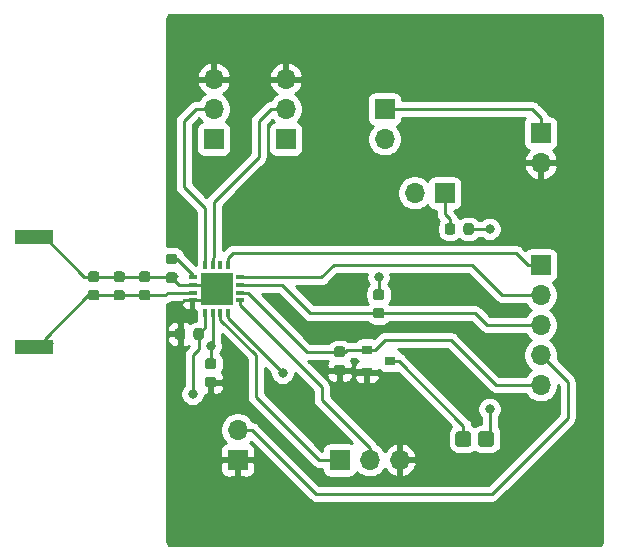
<source format=gbr>
G04 #@! TF.GenerationSoftware,KiCad,Pcbnew,(5.1.5)-2*
G04 #@! TF.CreationDate,2020-03-14T15:43:02-06:00*
G04 #@! TF.ProjectId,AS3935,41533339-3335-42e6-9b69-6361645f7063,rev?*
G04 #@! TF.SameCoordinates,Original*
G04 #@! TF.FileFunction,Copper,L1,Top*
G04 #@! TF.FilePolarity,Positive*
%FSLAX46Y46*%
G04 Gerber Fmt 4.6, Leading zero omitted, Abs format (unit mm)*
G04 Created by KiCad (PCBNEW (5.1.5)-2) date 2020-03-14 15:43:02*
%MOMM*%
%LPD*%
G04 APERTURE LIST*
%ADD10C,0.100000*%
%ADD11R,0.900000X0.800000*%
%ADD12O,1.700000X1.700000*%
%ADD13R,1.700000X1.700000*%
%ADD14R,2.800000X2.800000*%
%ADD15R,0.350000X0.800000*%
%ADD16R,0.800000X0.350000*%
%ADD17R,3.200000X1.300000*%
%ADD18C,0.800000*%
%ADD19C,0.250000*%
%ADD20C,0.254000*%
G04 APERTURE END LIST*
G04 #@! TA.AperFunction,SMDPad,CuDef*
D10*
G36*
X125245691Y-78583053D02*
G01*
X125266926Y-78586203D01*
X125287750Y-78591419D01*
X125307962Y-78598651D01*
X125327368Y-78607830D01*
X125345781Y-78618866D01*
X125363024Y-78631654D01*
X125378930Y-78646070D01*
X125393346Y-78661976D01*
X125406134Y-78679219D01*
X125417170Y-78697632D01*
X125426349Y-78717038D01*
X125433581Y-78737250D01*
X125438797Y-78758074D01*
X125441947Y-78779309D01*
X125443000Y-78800750D01*
X125443000Y-79238250D01*
X125441947Y-79259691D01*
X125438797Y-79280926D01*
X125433581Y-79301750D01*
X125426349Y-79321962D01*
X125417170Y-79341368D01*
X125406134Y-79359781D01*
X125393346Y-79377024D01*
X125378930Y-79392930D01*
X125363024Y-79407346D01*
X125345781Y-79420134D01*
X125327368Y-79431170D01*
X125307962Y-79440349D01*
X125287750Y-79447581D01*
X125266926Y-79452797D01*
X125245691Y-79455947D01*
X125224250Y-79457000D01*
X124711750Y-79457000D01*
X124690309Y-79455947D01*
X124669074Y-79452797D01*
X124648250Y-79447581D01*
X124628038Y-79440349D01*
X124608632Y-79431170D01*
X124590219Y-79420134D01*
X124572976Y-79407346D01*
X124557070Y-79392930D01*
X124542654Y-79377024D01*
X124529866Y-79359781D01*
X124518830Y-79341368D01*
X124509651Y-79321962D01*
X124502419Y-79301750D01*
X124497203Y-79280926D01*
X124494053Y-79259691D01*
X124493000Y-79238250D01*
X124493000Y-78800750D01*
X124494053Y-78779309D01*
X124497203Y-78758074D01*
X124502419Y-78737250D01*
X124509651Y-78717038D01*
X124518830Y-78697632D01*
X124529866Y-78679219D01*
X124542654Y-78661976D01*
X124557070Y-78646070D01*
X124572976Y-78631654D01*
X124590219Y-78618866D01*
X124608632Y-78607830D01*
X124628038Y-78598651D01*
X124648250Y-78591419D01*
X124669074Y-78586203D01*
X124690309Y-78583053D01*
X124711750Y-78582000D01*
X125224250Y-78582000D01*
X125245691Y-78583053D01*
G37*
G04 #@! TD.AperFunction*
G04 #@! TA.AperFunction,SMDPad,CuDef*
G36*
X125245691Y-77008053D02*
G01*
X125266926Y-77011203D01*
X125287750Y-77016419D01*
X125307962Y-77023651D01*
X125327368Y-77032830D01*
X125345781Y-77043866D01*
X125363024Y-77056654D01*
X125378930Y-77071070D01*
X125393346Y-77086976D01*
X125406134Y-77104219D01*
X125417170Y-77122632D01*
X125426349Y-77142038D01*
X125433581Y-77162250D01*
X125438797Y-77183074D01*
X125441947Y-77204309D01*
X125443000Y-77225750D01*
X125443000Y-77663250D01*
X125441947Y-77684691D01*
X125438797Y-77705926D01*
X125433581Y-77726750D01*
X125426349Y-77746962D01*
X125417170Y-77766368D01*
X125406134Y-77784781D01*
X125393346Y-77802024D01*
X125378930Y-77817930D01*
X125363024Y-77832346D01*
X125345781Y-77845134D01*
X125327368Y-77856170D01*
X125307962Y-77865349D01*
X125287750Y-77872581D01*
X125266926Y-77877797D01*
X125245691Y-77880947D01*
X125224250Y-77882000D01*
X124711750Y-77882000D01*
X124690309Y-77880947D01*
X124669074Y-77877797D01*
X124648250Y-77872581D01*
X124628038Y-77865349D01*
X124608632Y-77856170D01*
X124590219Y-77845134D01*
X124572976Y-77832346D01*
X124557070Y-77817930D01*
X124542654Y-77802024D01*
X124529866Y-77784781D01*
X124518830Y-77766368D01*
X124509651Y-77746962D01*
X124502419Y-77726750D01*
X124497203Y-77705926D01*
X124494053Y-77684691D01*
X124493000Y-77663250D01*
X124493000Y-77225750D01*
X124494053Y-77204309D01*
X124497203Y-77183074D01*
X124502419Y-77162250D01*
X124509651Y-77142038D01*
X124518830Y-77122632D01*
X124529866Y-77104219D01*
X124542654Y-77086976D01*
X124557070Y-77071070D01*
X124572976Y-77056654D01*
X124590219Y-77043866D01*
X124608632Y-77032830D01*
X124628038Y-77023651D01*
X124648250Y-77016419D01*
X124669074Y-77011203D01*
X124690309Y-77008053D01*
X124711750Y-77007000D01*
X125224250Y-77007000D01*
X125245691Y-77008053D01*
G37*
G04 #@! TD.AperFunction*
G04 #@! TA.AperFunction,SMDPad,CuDef*
G36*
X136130191Y-66582053D02*
G01*
X136151426Y-66585203D01*
X136172250Y-66590419D01*
X136192462Y-66597651D01*
X136211868Y-66606830D01*
X136230281Y-66617866D01*
X136247524Y-66630654D01*
X136263430Y-66645070D01*
X136277846Y-66660976D01*
X136290634Y-66678219D01*
X136301670Y-66696632D01*
X136310849Y-66716038D01*
X136318081Y-66736250D01*
X136323297Y-66757074D01*
X136326447Y-66778309D01*
X136327500Y-66799750D01*
X136327500Y-67312250D01*
X136326447Y-67333691D01*
X136323297Y-67354926D01*
X136318081Y-67375750D01*
X136310849Y-67395962D01*
X136301670Y-67415368D01*
X136290634Y-67433781D01*
X136277846Y-67451024D01*
X136263430Y-67466930D01*
X136247524Y-67481346D01*
X136230281Y-67494134D01*
X136211868Y-67505170D01*
X136192462Y-67514349D01*
X136172250Y-67521581D01*
X136151426Y-67526797D01*
X136130191Y-67529947D01*
X136108750Y-67531000D01*
X135671250Y-67531000D01*
X135649809Y-67529947D01*
X135628574Y-67526797D01*
X135607750Y-67521581D01*
X135587538Y-67514349D01*
X135568132Y-67505170D01*
X135549719Y-67494134D01*
X135532476Y-67481346D01*
X135516570Y-67466930D01*
X135502154Y-67451024D01*
X135489366Y-67433781D01*
X135478330Y-67415368D01*
X135469151Y-67395962D01*
X135461919Y-67375750D01*
X135456703Y-67354926D01*
X135453553Y-67333691D01*
X135452500Y-67312250D01*
X135452500Y-66799750D01*
X135453553Y-66778309D01*
X135456703Y-66757074D01*
X135461919Y-66736250D01*
X135469151Y-66716038D01*
X135478330Y-66696632D01*
X135489366Y-66678219D01*
X135502154Y-66660976D01*
X135516570Y-66645070D01*
X135532476Y-66630654D01*
X135549719Y-66617866D01*
X135568132Y-66606830D01*
X135587538Y-66597651D01*
X135607750Y-66590419D01*
X135628574Y-66585203D01*
X135649809Y-66582053D01*
X135671250Y-66581000D01*
X136108750Y-66581000D01*
X136130191Y-66582053D01*
G37*
G04 #@! TD.AperFunction*
G04 #@! TA.AperFunction,SMDPad,CuDef*
G36*
X134555191Y-66582053D02*
G01*
X134576426Y-66585203D01*
X134597250Y-66590419D01*
X134617462Y-66597651D01*
X134636868Y-66606830D01*
X134655281Y-66617866D01*
X134672524Y-66630654D01*
X134688430Y-66645070D01*
X134702846Y-66660976D01*
X134715634Y-66678219D01*
X134726670Y-66696632D01*
X134735849Y-66716038D01*
X134743081Y-66736250D01*
X134748297Y-66757074D01*
X134751447Y-66778309D01*
X134752500Y-66799750D01*
X134752500Y-67312250D01*
X134751447Y-67333691D01*
X134748297Y-67354926D01*
X134743081Y-67375750D01*
X134735849Y-67395962D01*
X134726670Y-67415368D01*
X134715634Y-67433781D01*
X134702846Y-67451024D01*
X134688430Y-67466930D01*
X134672524Y-67481346D01*
X134655281Y-67494134D01*
X134636868Y-67505170D01*
X134617462Y-67514349D01*
X134597250Y-67521581D01*
X134576426Y-67526797D01*
X134555191Y-67529947D01*
X134533750Y-67531000D01*
X134096250Y-67531000D01*
X134074809Y-67529947D01*
X134053574Y-67526797D01*
X134032750Y-67521581D01*
X134012538Y-67514349D01*
X133993132Y-67505170D01*
X133974719Y-67494134D01*
X133957476Y-67481346D01*
X133941570Y-67466930D01*
X133927154Y-67451024D01*
X133914366Y-67433781D01*
X133903330Y-67415368D01*
X133894151Y-67395962D01*
X133886919Y-67375750D01*
X133881703Y-67354926D01*
X133878553Y-67333691D01*
X133877500Y-67312250D01*
X133877500Y-66799750D01*
X133878553Y-66778309D01*
X133881703Y-66757074D01*
X133886919Y-66736250D01*
X133894151Y-66716038D01*
X133903330Y-66696632D01*
X133914366Y-66678219D01*
X133927154Y-66660976D01*
X133941570Y-66645070D01*
X133957476Y-66630654D01*
X133974719Y-66617866D01*
X133993132Y-66606830D01*
X134012538Y-66597651D01*
X134032750Y-66590419D01*
X134053574Y-66585203D01*
X134074809Y-66582053D01*
X134096250Y-66581000D01*
X134533750Y-66581000D01*
X134555191Y-66582053D01*
G37*
G04 #@! TD.AperFunction*
D11*
X129270000Y-78232000D03*
X127270000Y-79182000D03*
X127270000Y-77282000D03*
D12*
X131318000Y-64008000D03*
D13*
X133858000Y-64008000D03*
G04 #@! TA.AperFunction,SMDPad,CuDef*
D10*
G36*
X137797504Y-84187204D02*
G01*
X137821773Y-84190804D01*
X137845571Y-84196765D01*
X137868671Y-84205030D01*
X137890849Y-84215520D01*
X137911893Y-84228133D01*
X137931598Y-84242747D01*
X137949777Y-84259223D01*
X137966253Y-84277402D01*
X137980867Y-84297107D01*
X137993480Y-84318151D01*
X138003970Y-84340329D01*
X138012235Y-84363429D01*
X138018196Y-84387227D01*
X138021796Y-84411496D01*
X138023000Y-84436000D01*
X138023000Y-85236000D01*
X138021796Y-85260504D01*
X138018196Y-85284773D01*
X138012235Y-85308571D01*
X138003970Y-85331671D01*
X137993480Y-85353849D01*
X137980867Y-85374893D01*
X137966253Y-85394598D01*
X137949777Y-85412777D01*
X137931598Y-85429253D01*
X137911893Y-85443867D01*
X137890849Y-85456480D01*
X137868671Y-85466970D01*
X137845571Y-85475235D01*
X137821773Y-85481196D01*
X137797504Y-85484796D01*
X137773000Y-85486000D01*
X136948000Y-85486000D01*
X136923496Y-85484796D01*
X136899227Y-85481196D01*
X136875429Y-85475235D01*
X136852329Y-85466970D01*
X136830151Y-85456480D01*
X136809107Y-85443867D01*
X136789402Y-85429253D01*
X136771223Y-85412777D01*
X136754747Y-85394598D01*
X136740133Y-85374893D01*
X136727520Y-85353849D01*
X136717030Y-85331671D01*
X136708765Y-85308571D01*
X136702804Y-85284773D01*
X136699204Y-85260504D01*
X136698000Y-85236000D01*
X136698000Y-84436000D01*
X136699204Y-84411496D01*
X136702804Y-84387227D01*
X136708765Y-84363429D01*
X136717030Y-84340329D01*
X136727520Y-84318151D01*
X136740133Y-84297107D01*
X136754747Y-84277402D01*
X136771223Y-84259223D01*
X136789402Y-84242747D01*
X136809107Y-84228133D01*
X136830151Y-84215520D01*
X136852329Y-84205030D01*
X136875429Y-84196765D01*
X136899227Y-84190804D01*
X136923496Y-84187204D01*
X136948000Y-84186000D01*
X137773000Y-84186000D01*
X137797504Y-84187204D01*
G37*
G04 #@! TD.AperFunction*
G04 #@! TA.AperFunction,SMDPad,CuDef*
G36*
X135872504Y-84187204D02*
G01*
X135896773Y-84190804D01*
X135920571Y-84196765D01*
X135943671Y-84205030D01*
X135965849Y-84215520D01*
X135986893Y-84228133D01*
X136006598Y-84242747D01*
X136024777Y-84259223D01*
X136041253Y-84277402D01*
X136055867Y-84297107D01*
X136068480Y-84318151D01*
X136078970Y-84340329D01*
X136087235Y-84363429D01*
X136093196Y-84387227D01*
X136096796Y-84411496D01*
X136098000Y-84436000D01*
X136098000Y-85236000D01*
X136096796Y-85260504D01*
X136093196Y-85284773D01*
X136087235Y-85308571D01*
X136078970Y-85331671D01*
X136068480Y-85353849D01*
X136055867Y-85374893D01*
X136041253Y-85394598D01*
X136024777Y-85412777D01*
X136006598Y-85429253D01*
X135986893Y-85443867D01*
X135965849Y-85456480D01*
X135943671Y-85466970D01*
X135920571Y-85475235D01*
X135896773Y-85481196D01*
X135872504Y-85484796D01*
X135848000Y-85486000D01*
X135023000Y-85486000D01*
X134998496Y-85484796D01*
X134974227Y-85481196D01*
X134950429Y-85475235D01*
X134927329Y-85466970D01*
X134905151Y-85456480D01*
X134884107Y-85443867D01*
X134864402Y-85429253D01*
X134846223Y-85412777D01*
X134829747Y-85394598D01*
X134815133Y-85374893D01*
X134802520Y-85353849D01*
X134792030Y-85331671D01*
X134783765Y-85308571D01*
X134777804Y-85284773D01*
X134774204Y-85260504D01*
X134773000Y-85236000D01*
X134773000Y-84436000D01*
X134774204Y-84411496D01*
X134777804Y-84387227D01*
X134783765Y-84363429D01*
X134792030Y-84340329D01*
X134802520Y-84318151D01*
X134815133Y-84297107D01*
X134829747Y-84277402D01*
X134846223Y-84259223D01*
X134864402Y-84242747D01*
X134884107Y-84228133D01*
X134905151Y-84215520D01*
X134927329Y-84205030D01*
X134950429Y-84196765D01*
X134974227Y-84190804D01*
X134998496Y-84187204D01*
X135023000Y-84186000D01*
X135848000Y-84186000D01*
X135872504Y-84187204D01*
G37*
G04 #@! TD.AperFunction*
G04 #@! TA.AperFunction,SMDPad,CuDef*
G36*
X128547691Y-73757053D02*
G01*
X128568926Y-73760203D01*
X128589750Y-73765419D01*
X128609962Y-73772651D01*
X128629368Y-73781830D01*
X128647781Y-73792866D01*
X128665024Y-73805654D01*
X128680930Y-73820070D01*
X128695346Y-73835976D01*
X128708134Y-73853219D01*
X128719170Y-73871632D01*
X128728349Y-73891038D01*
X128735581Y-73911250D01*
X128740797Y-73932074D01*
X128743947Y-73953309D01*
X128745000Y-73974750D01*
X128745000Y-74412250D01*
X128743947Y-74433691D01*
X128740797Y-74454926D01*
X128735581Y-74475750D01*
X128728349Y-74495962D01*
X128719170Y-74515368D01*
X128708134Y-74533781D01*
X128695346Y-74551024D01*
X128680930Y-74566930D01*
X128665024Y-74581346D01*
X128647781Y-74594134D01*
X128629368Y-74605170D01*
X128609962Y-74614349D01*
X128589750Y-74621581D01*
X128568926Y-74626797D01*
X128547691Y-74629947D01*
X128526250Y-74631000D01*
X128013750Y-74631000D01*
X127992309Y-74629947D01*
X127971074Y-74626797D01*
X127950250Y-74621581D01*
X127930038Y-74614349D01*
X127910632Y-74605170D01*
X127892219Y-74594134D01*
X127874976Y-74581346D01*
X127859070Y-74566930D01*
X127844654Y-74551024D01*
X127831866Y-74533781D01*
X127820830Y-74515368D01*
X127811651Y-74495962D01*
X127804419Y-74475750D01*
X127799203Y-74454926D01*
X127796053Y-74433691D01*
X127795000Y-74412250D01*
X127795000Y-73974750D01*
X127796053Y-73953309D01*
X127799203Y-73932074D01*
X127804419Y-73911250D01*
X127811651Y-73891038D01*
X127820830Y-73871632D01*
X127831866Y-73853219D01*
X127844654Y-73835976D01*
X127859070Y-73820070D01*
X127874976Y-73805654D01*
X127892219Y-73792866D01*
X127910632Y-73781830D01*
X127930038Y-73772651D01*
X127950250Y-73765419D01*
X127971074Y-73760203D01*
X127992309Y-73757053D01*
X128013750Y-73756000D01*
X128526250Y-73756000D01*
X128547691Y-73757053D01*
G37*
G04 #@! TD.AperFunction*
G04 #@! TA.AperFunction,SMDPad,CuDef*
G36*
X128547691Y-72182053D02*
G01*
X128568926Y-72185203D01*
X128589750Y-72190419D01*
X128609962Y-72197651D01*
X128629368Y-72206830D01*
X128647781Y-72217866D01*
X128665024Y-72230654D01*
X128680930Y-72245070D01*
X128695346Y-72260976D01*
X128708134Y-72278219D01*
X128719170Y-72296632D01*
X128728349Y-72316038D01*
X128735581Y-72336250D01*
X128740797Y-72357074D01*
X128743947Y-72378309D01*
X128745000Y-72399750D01*
X128745000Y-72837250D01*
X128743947Y-72858691D01*
X128740797Y-72879926D01*
X128735581Y-72900750D01*
X128728349Y-72920962D01*
X128719170Y-72940368D01*
X128708134Y-72958781D01*
X128695346Y-72976024D01*
X128680930Y-72991930D01*
X128665024Y-73006346D01*
X128647781Y-73019134D01*
X128629368Y-73030170D01*
X128609962Y-73039349D01*
X128589750Y-73046581D01*
X128568926Y-73051797D01*
X128547691Y-73054947D01*
X128526250Y-73056000D01*
X128013750Y-73056000D01*
X127992309Y-73054947D01*
X127971074Y-73051797D01*
X127950250Y-73046581D01*
X127930038Y-73039349D01*
X127910632Y-73030170D01*
X127892219Y-73019134D01*
X127874976Y-73006346D01*
X127859070Y-72991930D01*
X127844654Y-72976024D01*
X127831866Y-72958781D01*
X127820830Y-72940368D01*
X127811651Y-72920962D01*
X127804419Y-72900750D01*
X127799203Y-72879926D01*
X127796053Y-72858691D01*
X127795000Y-72837250D01*
X127795000Y-72399750D01*
X127796053Y-72378309D01*
X127799203Y-72357074D01*
X127804419Y-72336250D01*
X127811651Y-72316038D01*
X127820830Y-72296632D01*
X127831866Y-72278219D01*
X127844654Y-72260976D01*
X127859070Y-72245070D01*
X127874976Y-72230654D01*
X127892219Y-72217866D01*
X127910632Y-72206830D01*
X127930038Y-72197651D01*
X127950250Y-72190419D01*
X127971074Y-72185203D01*
X127992309Y-72182053D01*
X128013750Y-72181000D01*
X128526250Y-72181000D01*
X128547691Y-72182053D01*
G37*
G04 #@! TD.AperFunction*
G04 #@! TA.AperFunction,SMDPad,CuDef*
G36*
X108735691Y-72233053D02*
G01*
X108756926Y-72236203D01*
X108777750Y-72241419D01*
X108797962Y-72248651D01*
X108817368Y-72257830D01*
X108835781Y-72268866D01*
X108853024Y-72281654D01*
X108868930Y-72296070D01*
X108883346Y-72311976D01*
X108896134Y-72329219D01*
X108907170Y-72347632D01*
X108916349Y-72367038D01*
X108923581Y-72387250D01*
X108928797Y-72408074D01*
X108931947Y-72429309D01*
X108933000Y-72450750D01*
X108933000Y-72888250D01*
X108931947Y-72909691D01*
X108928797Y-72930926D01*
X108923581Y-72951750D01*
X108916349Y-72971962D01*
X108907170Y-72991368D01*
X108896134Y-73009781D01*
X108883346Y-73027024D01*
X108868930Y-73042930D01*
X108853024Y-73057346D01*
X108835781Y-73070134D01*
X108817368Y-73081170D01*
X108797962Y-73090349D01*
X108777750Y-73097581D01*
X108756926Y-73102797D01*
X108735691Y-73105947D01*
X108714250Y-73107000D01*
X108201750Y-73107000D01*
X108180309Y-73105947D01*
X108159074Y-73102797D01*
X108138250Y-73097581D01*
X108118038Y-73090349D01*
X108098632Y-73081170D01*
X108080219Y-73070134D01*
X108062976Y-73057346D01*
X108047070Y-73042930D01*
X108032654Y-73027024D01*
X108019866Y-73009781D01*
X108008830Y-72991368D01*
X107999651Y-72971962D01*
X107992419Y-72951750D01*
X107987203Y-72930926D01*
X107984053Y-72909691D01*
X107983000Y-72888250D01*
X107983000Y-72450750D01*
X107984053Y-72429309D01*
X107987203Y-72408074D01*
X107992419Y-72387250D01*
X107999651Y-72367038D01*
X108008830Y-72347632D01*
X108019866Y-72329219D01*
X108032654Y-72311976D01*
X108047070Y-72296070D01*
X108062976Y-72281654D01*
X108080219Y-72268866D01*
X108098632Y-72257830D01*
X108118038Y-72248651D01*
X108138250Y-72241419D01*
X108159074Y-72236203D01*
X108180309Y-72233053D01*
X108201750Y-72232000D01*
X108714250Y-72232000D01*
X108735691Y-72233053D01*
G37*
G04 #@! TD.AperFunction*
G04 #@! TA.AperFunction,SMDPad,CuDef*
G36*
X108735691Y-70658053D02*
G01*
X108756926Y-70661203D01*
X108777750Y-70666419D01*
X108797962Y-70673651D01*
X108817368Y-70682830D01*
X108835781Y-70693866D01*
X108853024Y-70706654D01*
X108868930Y-70721070D01*
X108883346Y-70736976D01*
X108896134Y-70754219D01*
X108907170Y-70772632D01*
X108916349Y-70792038D01*
X108923581Y-70812250D01*
X108928797Y-70833074D01*
X108931947Y-70854309D01*
X108933000Y-70875750D01*
X108933000Y-71313250D01*
X108931947Y-71334691D01*
X108928797Y-71355926D01*
X108923581Y-71376750D01*
X108916349Y-71396962D01*
X108907170Y-71416368D01*
X108896134Y-71434781D01*
X108883346Y-71452024D01*
X108868930Y-71467930D01*
X108853024Y-71482346D01*
X108835781Y-71495134D01*
X108817368Y-71506170D01*
X108797962Y-71515349D01*
X108777750Y-71522581D01*
X108756926Y-71527797D01*
X108735691Y-71530947D01*
X108714250Y-71532000D01*
X108201750Y-71532000D01*
X108180309Y-71530947D01*
X108159074Y-71527797D01*
X108138250Y-71522581D01*
X108118038Y-71515349D01*
X108098632Y-71506170D01*
X108080219Y-71495134D01*
X108062976Y-71482346D01*
X108047070Y-71467930D01*
X108032654Y-71452024D01*
X108019866Y-71434781D01*
X108008830Y-71416368D01*
X107999651Y-71396962D01*
X107992419Y-71376750D01*
X107987203Y-71355926D01*
X107984053Y-71334691D01*
X107983000Y-71313250D01*
X107983000Y-70875750D01*
X107984053Y-70854309D01*
X107987203Y-70833074D01*
X107992419Y-70812250D01*
X107999651Y-70792038D01*
X108008830Y-70772632D01*
X108019866Y-70754219D01*
X108032654Y-70736976D01*
X108047070Y-70721070D01*
X108062976Y-70706654D01*
X108080219Y-70693866D01*
X108098632Y-70682830D01*
X108118038Y-70673651D01*
X108138250Y-70666419D01*
X108159074Y-70661203D01*
X108180309Y-70658053D01*
X108201750Y-70657000D01*
X108714250Y-70657000D01*
X108735691Y-70658053D01*
G37*
G04 #@! TD.AperFunction*
G04 #@! TA.AperFunction,SMDPad,CuDef*
G36*
X114323691Y-79599053D02*
G01*
X114344926Y-79602203D01*
X114365750Y-79607419D01*
X114385962Y-79614651D01*
X114405368Y-79623830D01*
X114423781Y-79634866D01*
X114441024Y-79647654D01*
X114456930Y-79662070D01*
X114471346Y-79677976D01*
X114484134Y-79695219D01*
X114495170Y-79713632D01*
X114504349Y-79733038D01*
X114511581Y-79753250D01*
X114516797Y-79774074D01*
X114519947Y-79795309D01*
X114521000Y-79816750D01*
X114521000Y-80254250D01*
X114519947Y-80275691D01*
X114516797Y-80296926D01*
X114511581Y-80317750D01*
X114504349Y-80337962D01*
X114495170Y-80357368D01*
X114484134Y-80375781D01*
X114471346Y-80393024D01*
X114456930Y-80408930D01*
X114441024Y-80423346D01*
X114423781Y-80436134D01*
X114405368Y-80447170D01*
X114385962Y-80456349D01*
X114365750Y-80463581D01*
X114344926Y-80468797D01*
X114323691Y-80471947D01*
X114302250Y-80473000D01*
X113789750Y-80473000D01*
X113768309Y-80471947D01*
X113747074Y-80468797D01*
X113726250Y-80463581D01*
X113706038Y-80456349D01*
X113686632Y-80447170D01*
X113668219Y-80436134D01*
X113650976Y-80423346D01*
X113635070Y-80408930D01*
X113620654Y-80393024D01*
X113607866Y-80375781D01*
X113596830Y-80357368D01*
X113587651Y-80337962D01*
X113580419Y-80317750D01*
X113575203Y-80296926D01*
X113572053Y-80275691D01*
X113571000Y-80254250D01*
X113571000Y-79816750D01*
X113572053Y-79795309D01*
X113575203Y-79774074D01*
X113580419Y-79753250D01*
X113587651Y-79733038D01*
X113596830Y-79713632D01*
X113607866Y-79695219D01*
X113620654Y-79677976D01*
X113635070Y-79662070D01*
X113650976Y-79647654D01*
X113668219Y-79634866D01*
X113686632Y-79623830D01*
X113706038Y-79614651D01*
X113726250Y-79607419D01*
X113747074Y-79602203D01*
X113768309Y-79599053D01*
X113789750Y-79598000D01*
X114302250Y-79598000D01*
X114323691Y-79599053D01*
G37*
G04 #@! TD.AperFunction*
G04 #@! TA.AperFunction,SMDPad,CuDef*
G36*
X114323691Y-78024053D02*
G01*
X114344926Y-78027203D01*
X114365750Y-78032419D01*
X114385962Y-78039651D01*
X114405368Y-78048830D01*
X114423781Y-78059866D01*
X114441024Y-78072654D01*
X114456930Y-78087070D01*
X114471346Y-78102976D01*
X114484134Y-78120219D01*
X114495170Y-78138632D01*
X114504349Y-78158038D01*
X114511581Y-78178250D01*
X114516797Y-78199074D01*
X114519947Y-78220309D01*
X114521000Y-78241750D01*
X114521000Y-78679250D01*
X114519947Y-78700691D01*
X114516797Y-78721926D01*
X114511581Y-78742750D01*
X114504349Y-78762962D01*
X114495170Y-78782368D01*
X114484134Y-78800781D01*
X114471346Y-78818024D01*
X114456930Y-78833930D01*
X114441024Y-78848346D01*
X114423781Y-78861134D01*
X114405368Y-78872170D01*
X114385962Y-78881349D01*
X114365750Y-78888581D01*
X114344926Y-78893797D01*
X114323691Y-78896947D01*
X114302250Y-78898000D01*
X113789750Y-78898000D01*
X113768309Y-78896947D01*
X113747074Y-78893797D01*
X113726250Y-78888581D01*
X113706038Y-78881349D01*
X113686632Y-78872170D01*
X113668219Y-78861134D01*
X113650976Y-78848346D01*
X113635070Y-78833930D01*
X113620654Y-78818024D01*
X113607866Y-78800781D01*
X113596830Y-78782368D01*
X113587651Y-78762962D01*
X113580419Y-78742750D01*
X113575203Y-78721926D01*
X113572053Y-78700691D01*
X113571000Y-78679250D01*
X113571000Y-78241750D01*
X113572053Y-78220309D01*
X113575203Y-78199074D01*
X113580419Y-78178250D01*
X113587651Y-78158038D01*
X113596830Y-78138632D01*
X113607866Y-78120219D01*
X113620654Y-78102976D01*
X113635070Y-78087070D01*
X113650976Y-78072654D01*
X113668219Y-78059866D01*
X113686632Y-78048830D01*
X113706038Y-78039651D01*
X113726250Y-78032419D01*
X113747074Y-78027203D01*
X113768309Y-78024053D01*
X113789750Y-78023000D01*
X114302250Y-78023000D01*
X114323691Y-78024053D01*
G37*
G04 #@! TD.AperFunction*
G04 #@! TA.AperFunction,SMDPad,CuDef*
G36*
X111021691Y-69159553D02*
G01*
X111042926Y-69162703D01*
X111063750Y-69167919D01*
X111083962Y-69175151D01*
X111103368Y-69184330D01*
X111121781Y-69195366D01*
X111139024Y-69208154D01*
X111154930Y-69222570D01*
X111169346Y-69238476D01*
X111182134Y-69255719D01*
X111193170Y-69274132D01*
X111202349Y-69293538D01*
X111209581Y-69313750D01*
X111214797Y-69334574D01*
X111217947Y-69355809D01*
X111219000Y-69377250D01*
X111219000Y-69814750D01*
X111217947Y-69836191D01*
X111214797Y-69857426D01*
X111209581Y-69878250D01*
X111202349Y-69898462D01*
X111193170Y-69917868D01*
X111182134Y-69936281D01*
X111169346Y-69953524D01*
X111154930Y-69969430D01*
X111139024Y-69983846D01*
X111121781Y-69996634D01*
X111103368Y-70007670D01*
X111083962Y-70016849D01*
X111063750Y-70024081D01*
X111042926Y-70029297D01*
X111021691Y-70032447D01*
X111000250Y-70033500D01*
X110487750Y-70033500D01*
X110466309Y-70032447D01*
X110445074Y-70029297D01*
X110424250Y-70024081D01*
X110404038Y-70016849D01*
X110384632Y-70007670D01*
X110366219Y-69996634D01*
X110348976Y-69983846D01*
X110333070Y-69969430D01*
X110318654Y-69953524D01*
X110305866Y-69936281D01*
X110294830Y-69917868D01*
X110285651Y-69898462D01*
X110278419Y-69878250D01*
X110273203Y-69857426D01*
X110270053Y-69836191D01*
X110269000Y-69814750D01*
X110269000Y-69377250D01*
X110270053Y-69355809D01*
X110273203Y-69334574D01*
X110278419Y-69313750D01*
X110285651Y-69293538D01*
X110294830Y-69274132D01*
X110305866Y-69255719D01*
X110318654Y-69238476D01*
X110333070Y-69222570D01*
X110348976Y-69208154D01*
X110366219Y-69195366D01*
X110384632Y-69184330D01*
X110404038Y-69175151D01*
X110424250Y-69167919D01*
X110445074Y-69162703D01*
X110466309Y-69159553D01*
X110487750Y-69158500D01*
X111000250Y-69158500D01*
X111021691Y-69159553D01*
G37*
G04 #@! TD.AperFunction*
G04 #@! TA.AperFunction,SMDPad,CuDef*
G36*
X111021691Y-70734553D02*
G01*
X111042926Y-70737703D01*
X111063750Y-70742919D01*
X111083962Y-70750151D01*
X111103368Y-70759330D01*
X111121781Y-70770366D01*
X111139024Y-70783154D01*
X111154930Y-70797570D01*
X111169346Y-70813476D01*
X111182134Y-70830719D01*
X111193170Y-70849132D01*
X111202349Y-70868538D01*
X111209581Y-70888750D01*
X111214797Y-70909574D01*
X111217947Y-70930809D01*
X111219000Y-70952250D01*
X111219000Y-71389750D01*
X111217947Y-71411191D01*
X111214797Y-71432426D01*
X111209581Y-71453250D01*
X111202349Y-71473462D01*
X111193170Y-71492868D01*
X111182134Y-71511281D01*
X111169346Y-71528524D01*
X111154930Y-71544430D01*
X111139024Y-71558846D01*
X111121781Y-71571634D01*
X111103368Y-71582670D01*
X111083962Y-71591849D01*
X111063750Y-71599081D01*
X111042926Y-71604297D01*
X111021691Y-71607447D01*
X111000250Y-71608500D01*
X110487750Y-71608500D01*
X110466309Y-71607447D01*
X110445074Y-71604297D01*
X110424250Y-71599081D01*
X110404038Y-71591849D01*
X110384632Y-71582670D01*
X110366219Y-71571634D01*
X110348976Y-71558846D01*
X110333070Y-71544430D01*
X110318654Y-71528524D01*
X110305866Y-71511281D01*
X110294830Y-71492868D01*
X110285651Y-71473462D01*
X110278419Y-71453250D01*
X110273203Y-71432426D01*
X110270053Y-71411191D01*
X110269000Y-71389750D01*
X110269000Y-70952250D01*
X110270053Y-70930809D01*
X110273203Y-70909574D01*
X110278419Y-70888750D01*
X110285651Y-70868538D01*
X110294830Y-70849132D01*
X110305866Y-70830719D01*
X110318654Y-70813476D01*
X110333070Y-70797570D01*
X110348976Y-70783154D01*
X110366219Y-70770366D01*
X110384632Y-70759330D01*
X110404038Y-70750151D01*
X110424250Y-70742919D01*
X110445074Y-70737703D01*
X110466309Y-70734553D01*
X110487750Y-70733500D01*
X111000250Y-70733500D01*
X111021691Y-70734553D01*
G37*
G04 #@! TD.AperFunction*
G04 #@! TA.AperFunction,SMDPad,CuDef*
G36*
X106576691Y-72233053D02*
G01*
X106597926Y-72236203D01*
X106618750Y-72241419D01*
X106638962Y-72248651D01*
X106658368Y-72257830D01*
X106676781Y-72268866D01*
X106694024Y-72281654D01*
X106709930Y-72296070D01*
X106724346Y-72311976D01*
X106737134Y-72329219D01*
X106748170Y-72347632D01*
X106757349Y-72367038D01*
X106764581Y-72387250D01*
X106769797Y-72408074D01*
X106772947Y-72429309D01*
X106774000Y-72450750D01*
X106774000Y-72888250D01*
X106772947Y-72909691D01*
X106769797Y-72930926D01*
X106764581Y-72951750D01*
X106757349Y-72971962D01*
X106748170Y-72991368D01*
X106737134Y-73009781D01*
X106724346Y-73027024D01*
X106709930Y-73042930D01*
X106694024Y-73057346D01*
X106676781Y-73070134D01*
X106658368Y-73081170D01*
X106638962Y-73090349D01*
X106618750Y-73097581D01*
X106597926Y-73102797D01*
X106576691Y-73105947D01*
X106555250Y-73107000D01*
X106042750Y-73107000D01*
X106021309Y-73105947D01*
X106000074Y-73102797D01*
X105979250Y-73097581D01*
X105959038Y-73090349D01*
X105939632Y-73081170D01*
X105921219Y-73070134D01*
X105903976Y-73057346D01*
X105888070Y-73042930D01*
X105873654Y-73027024D01*
X105860866Y-73009781D01*
X105849830Y-72991368D01*
X105840651Y-72971962D01*
X105833419Y-72951750D01*
X105828203Y-72930926D01*
X105825053Y-72909691D01*
X105824000Y-72888250D01*
X105824000Y-72450750D01*
X105825053Y-72429309D01*
X105828203Y-72408074D01*
X105833419Y-72387250D01*
X105840651Y-72367038D01*
X105849830Y-72347632D01*
X105860866Y-72329219D01*
X105873654Y-72311976D01*
X105888070Y-72296070D01*
X105903976Y-72281654D01*
X105921219Y-72268866D01*
X105939632Y-72257830D01*
X105959038Y-72248651D01*
X105979250Y-72241419D01*
X106000074Y-72236203D01*
X106021309Y-72233053D01*
X106042750Y-72232000D01*
X106555250Y-72232000D01*
X106576691Y-72233053D01*
G37*
G04 #@! TD.AperFunction*
G04 #@! TA.AperFunction,SMDPad,CuDef*
G36*
X106576691Y-70658053D02*
G01*
X106597926Y-70661203D01*
X106618750Y-70666419D01*
X106638962Y-70673651D01*
X106658368Y-70682830D01*
X106676781Y-70693866D01*
X106694024Y-70706654D01*
X106709930Y-70721070D01*
X106724346Y-70736976D01*
X106737134Y-70754219D01*
X106748170Y-70772632D01*
X106757349Y-70792038D01*
X106764581Y-70812250D01*
X106769797Y-70833074D01*
X106772947Y-70854309D01*
X106774000Y-70875750D01*
X106774000Y-71313250D01*
X106772947Y-71334691D01*
X106769797Y-71355926D01*
X106764581Y-71376750D01*
X106757349Y-71396962D01*
X106748170Y-71416368D01*
X106737134Y-71434781D01*
X106724346Y-71452024D01*
X106709930Y-71467930D01*
X106694024Y-71482346D01*
X106676781Y-71495134D01*
X106658368Y-71506170D01*
X106638962Y-71515349D01*
X106618750Y-71522581D01*
X106597926Y-71527797D01*
X106576691Y-71530947D01*
X106555250Y-71532000D01*
X106042750Y-71532000D01*
X106021309Y-71530947D01*
X106000074Y-71527797D01*
X105979250Y-71522581D01*
X105959038Y-71515349D01*
X105939632Y-71506170D01*
X105921219Y-71495134D01*
X105903976Y-71482346D01*
X105888070Y-71467930D01*
X105873654Y-71452024D01*
X105860866Y-71434781D01*
X105849830Y-71416368D01*
X105840651Y-71396962D01*
X105833419Y-71376750D01*
X105828203Y-71355926D01*
X105825053Y-71334691D01*
X105824000Y-71313250D01*
X105824000Y-70875750D01*
X105825053Y-70854309D01*
X105828203Y-70833074D01*
X105833419Y-70812250D01*
X105840651Y-70792038D01*
X105849830Y-70772632D01*
X105860866Y-70754219D01*
X105873654Y-70736976D01*
X105888070Y-70721070D01*
X105903976Y-70706654D01*
X105921219Y-70693866D01*
X105939632Y-70682830D01*
X105959038Y-70673651D01*
X105979250Y-70666419D01*
X106000074Y-70661203D01*
X106021309Y-70658053D01*
X106042750Y-70657000D01*
X106555250Y-70657000D01*
X106576691Y-70658053D01*
G37*
G04 #@! TD.AperFunction*
G04 #@! TA.AperFunction,SMDPad,CuDef*
G36*
X104417691Y-72233053D02*
G01*
X104438926Y-72236203D01*
X104459750Y-72241419D01*
X104479962Y-72248651D01*
X104499368Y-72257830D01*
X104517781Y-72268866D01*
X104535024Y-72281654D01*
X104550930Y-72296070D01*
X104565346Y-72311976D01*
X104578134Y-72329219D01*
X104589170Y-72347632D01*
X104598349Y-72367038D01*
X104605581Y-72387250D01*
X104610797Y-72408074D01*
X104613947Y-72429309D01*
X104615000Y-72450750D01*
X104615000Y-72888250D01*
X104613947Y-72909691D01*
X104610797Y-72930926D01*
X104605581Y-72951750D01*
X104598349Y-72971962D01*
X104589170Y-72991368D01*
X104578134Y-73009781D01*
X104565346Y-73027024D01*
X104550930Y-73042930D01*
X104535024Y-73057346D01*
X104517781Y-73070134D01*
X104499368Y-73081170D01*
X104479962Y-73090349D01*
X104459750Y-73097581D01*
X104438926Y-73102797D01*
X104417691Y-73105947D01*
X104396250Y-73107000D01*
X103883750Y-73107000D01*
X103862309Y-73105947D01*
X103841074Y-73102797D01*
X103820250Y-73097581D01*
X103800038Y-73090349D01*
X103780632Y-73081170D01*
X103762219Y-73070134D01*
X103744976Y-73057346D01*
X103729070Y-73042930D01*
X103714654Y-73027024D01*
X103701866Y-73009781D01*
X103690830Y-72991368D01*
X103681651Y-72971962D01*
X103674419Y-72951750D01*
X103669203Y-72930926D01*
X103666053Y-72909691D01*
X103665000Y-72888250D01*
X103665000Y-72450750D01*
X103666053Y-72429309D01*
X103669203Y-72408074D01*
X103674419Y-72387250D01*
X103681651Y-72367038D01*
X103690830Y-72347632D01*
X103701866Y-72329219D01*
X103714654Y-72311976D01*
X103729070Y-72296070D01*
X103744976Y-72281654D01*
X103762219Y-72268866D01*
X103780632Y-72257830D01*
X103800038Y-72248651D01*
X103820250Y-72241419D01*
X103841074Y-72236203D01*
X103862309Y-72233053D01*
X103883750Y-72232000D01*
X104396250Y-72232000D01*
X104417691Y-72233053D01*
G37*
G04 #@! TD.AperFunction*
G04 #@! TA.AperFunction,SMDPad,CuDef*
G36*
X104417691Y-70658053D02*
G01*
X104438926Y-70661203D01*
X104459750Y-70666419D01*
X104479962Y-70673651D01*
X104499368Y-70682830D01*
X104517781Y-70693866D01*
X104535024Y-70706654D01*
X104550930Y-70721070D01*
X104565346Y-70736976D01*
X104578134Y-70754219D01*
X104589170Y-70772632D01*
X104598349Y-70792038D01*
X104605581Y-70812250D01*
X104610797Y-70833074D01*
X104613947Y-70854309D01*
X104615000Y-70875750D01*
X104615000Y-71313250D01*
X104613947Y-71334691D01*
X104610797Y-71355926D01*
X104605581Y-71376750D01*
X104598349Y-71396962D01*
X104589170Y-71416368D01*
X104578134Y-71434781D01*
X104565346Y-71452024D01*
X104550930Y-71467930D01*
X104535024Y-71482346D01*
X104517781Y-71495134D01*
X104499368Y-71506170D01*
X104479962Y-71515349D01*
X104459750Y-71522581D01*
X104438926Y-71527797D01*
X104417691Y-71530947D01*
X104396250Y-71532000D01*
X103883750Y-71532000D01*
X103862309Y-71530947D01*
X103841074Y-71527797D01*
X103820250Y-71522581D01*
X103800038Y-71515349D01*
X103780632Y-71506170D01*
X103762219Y-71495134D01*
X103744976Y-71482346D01*
X103729070Y-71467930D01*
X103714654Y-71452024D01*
X103701866Y-71434781D01*
X103690830Y-71416368D01*
X103681651Y-71396962D01*
X103674419Y-71376750D01*
X103669203Y-71355926D01*
X103666053Y-71334691D01*
X103665000Y-71313250D01*
X103665000Y-70875750D01*
X103666053Y-70854309D01*
X103669203Y-70833074D01*
X103674419Y-70812250D01*
X103681651Y-70792038D01*
X103690830Y-70772632D01*
X103701866Y-70754219D01*
X103714654Y-70736976D01*
X103729070Y-70721070D01*
X103744976Y-70706654D01*
X103762219Y-70693866D01*
X103780632Y-70682830D01*
X103800038Y-70673651D01*
X103820250Y-70666419D01*
X103841074Y-70661203D01*
X103862309Y-70658053D01*
X103883750Y-70657000D01*
X104396250Y-70657000D01*
X104417691Y-70658053D01*
G37*
G04 #@! TD.AperFunction*
G04 #@! TA.AperFunction,SMDPad,CuDef*
G36*
X111695191Y-75472053D02*
G01*
X111716426Y-75475203D01*
X111737250Y-75480419D01*
X111757462Y-75487651D01*
X111776868Y-75496830D01*
X111795281Y-75507866D01*
X111812524Y-75520654D01*
X111828430Y-75535070D01*
X111842846Y-75550976D01*
X111855634Y-75568219D01*
X111866670Y-75586632D01*
X111875849Y-75606038D01*
X111883081Y-75626250D01*
X111888297Y-75647074D01*
X111891447Y-75668309D01*
X111892500Y-75689750D01*
X111892500Y-76202250D01*
X111891447Y-76223691D01*
X111888297Y-76244926D01*
X111883081Y-76265750D01*
X111875849Y-76285962D01*
X111866670Y-76305368D01*
X111855634Y-76323781D01*
X111842846Y-76341024D01*
X111828430Y-76356930D01*
X111812524Y-76371346D01*
X111795281Y-76384134D01*
X111776868Y-76395170D01*
X111757462Y-76404349D01*
X111737250Y-76411581D01*
X111716426Y-76416797D01*
X111695191Y-76419947D01*
X111673750Y-76421000D01*
X111236250Y-76421000D01*
X111214809Y-76419947D01*
X111193574Y-76416797D01*
X111172750Y-76411581D01*
X111152538Y-76404349D01*
X111133132Y-76395170D01*
X111114719Y-76384134D01*
X111097476Y-76371346D01*
X111081570Y-76356930D01*
X111067154Y-76341024D01*
X111054366Y-76323781D01*
X111043330Y-76305368D01*
X111034151Y-76285962D01*
X111026919Y-76265750D01*
X111021703Y-76244926D01*
X111018553Y-76223691D01*
X111017500Y-76202250D01*
X111017500Y-75689750D01*
X111018553Y-75668309D01*
X111021703Y-75647074D01*
X111026919Y-75626250D01*
X111034151Y-75606038D01*
X111043330Y-75586632D01*
X111054366Y-75568219D01*
X111067154Y-75550976D01*
X111081570Y-75535070D01*
X111097476Y-75520654D01*
X111114719Y-75507866D01*
X111133132Y-75496830D01*
X111152538Y-75487651D01*
X111172750Y-75480419D01*
X111193574Y-75475203D01*
X111214809Y-75472053D01*
X111236250Y-75471000D01*
X111673750Y-75471000D01*
X111695191Y-75472053D01*
G37*
G04 #@! TD.AperFunction*
G04 #@! TA.AperFunction,SMDPad,CuDef*
G36*
X113270191Y-75472053D02*
G01*
X113291426Y-75475203D01*
X113312250Y-75480419D01*
X113332462Y-75487651D01*
X113351868Y-75496830D01*
X113370281Y-75507866D01*
X113387524Y-75520654D01*
X113403430Y-75535070D01*
X113417846Y-75550976D01*
X113430634Y-75568219D01*
X113441670Y-75586632D01*
X113450849Y-75606038D01*
X113458081Y-75626250D01*
X113463297Y-75647074D01*
X113466447Y-75668309D01*
X113467500Y-75689750D01*
X113467500Y-76202250D01*
X113466447Y-76223691D01*
X113463297Y-76244926D01*
X113458081Y-76265750D01*
X113450849Y-76285962D01*
X113441670Y-76305368D01*
X113430634Y-76323781D01*
X113417846Y-76341024D01*
X113403430Y-76356930D01*
X113387524Y-76371346D01*
X113370281Y-76384134D01*
X113351868Y-76395170D01*
X113332462Y-76404349D01*
X113312250Y-76411581D01*
X113291426Y-76416797D01*
X113270191Y-76419947D01*
X113248750Y-76421000D01*
X112811250Y-76421000D01*
X112789809Y-76419947D01*
X112768574Y-76416797D01*
X112747750Y-76411581D01*
X112727538Y-76404349D01*
X112708132Y-76395170D01*
X112689719Y-76384134D01*
X112672476Y-76371346D01*
X112656570Y-76356930D01*
X112642154Y-76341024D01*
X112629366Y-76323781D01*
X112618330Y-76305368D01*
X112609151Y-76285962D01*
X112601919Y-76265750D01*
X112596703Y-76244926D01*
X112593553Y-76223691D01*
X112592500Y-76202250D01*
X112592500Y-75689750D01*
X112593553Y-75668309D01*
X112596703Y-75647074D01*
X112601919Y-75626250D01*
X112609151Y-75606038D01*
X112618330Y-75586632D01*
X112629366Y-75568219D01*
X112642154Y-75550976D01*
X112656570Y-75535070D01*
X112672476Y-75520654D01*
X112689719Y-75507866D01*
X112708132Y-75496830D01*
X112727538Y-75487651D01*
X112747750Y-75480419D01*
X112768574Y-75475203D01*
X112789809Y-75472053D01*
X112811250Y-75471000D01*
X113248750Y-75471000D01*
X113270191Y-75472053D01*
G37*
G04 #@! TD.AperFunction*
D12*
X141986000Y-80264000D03*
X141986000Y-77724000D03*
X141986000Y-75184000D03*
X141986000Y-72644000D03*
D13*
X141986000Y-70104000D03*
D12*
X128778000Y-59436000D03*
D13*
X128778000Y-56896000D03*
D12*
X130048000Y-86614000D03*
X127508000Y-86614000D03*
D13*
X124968000Y-86614000D03*
D12*
X116332000Y-84074000D03*
D13*
X116332000Y-86614000D03*
D12*
X120396000Y-54366000D03*
X120396000Y-56906000D03*
D13*
X120396000Y-59446000D03*
D12*
X114300000Y-54366000D03*
X114300000Y-56906000D03*
D13*
X114300000Y-59446000D03*
D12*
X141986000Y-61468000D03*
D13*
X141986000Y-58928000D03*
D14*
X114554000Y-72136000D03*
D15*
X113579000Y-70136000D03*
X114229000Y-70136000D03*
X114879000Y-70136000D03*
X115529000Y-70136000D03*
D16*
X116554000Y-71161000D03*
X116554000Y-71811000D03*
X116554000Y-72461000D03*
X116554000Y-73111000D03*
D15*
X115529000Y-74136000D03*
X114879000Y-74136000D03*
X114229000Y-74136000D03*
X113579000Y-74136000D03*
D16*
X112554000Y-73111000D03*
X112554000Y-72461000D03*
X112554000Y-71811000D03*
X112554000Y-71161000D03*
D17*
X99060000Y-67740000D03*
X99060000Y-77040000D03*
D18*
X126746000Y-80772000D03*
X114300000Y-81534000D03*
X115316000Y-72898000D03*
X113792000Y-71374000D03*
X133350000Y-72136000D03*
X123698000Y-75692000D03*
X121920000Y-82296000D03*
X124968000Y-72390000D03*
X112522000Y-81026000D03*
X120142000Y-79248000D03*
X128270000Y-71120000D03*
X114046000Y-76962000D03*
X137668000Y-67056000D03*
X137668000Y-82296000D03*
D19*
X99060000Y-67740000D02*
X100252000Y-67740000D01*
X114229000Y-71811000D02*
X114554000Y-72136000D01*
X112554000Y-71811000D02*
X114229000Y-71811000D01*
X113579000Y-73111000D02*
X114554000Y-72136000D01*
X112554000Y-73111000D02*
X113579000Y-73111000D01*
X141854000Y-61600000D02*
X141986000Y-61468000D01*
X111186000Y-71054000D02*
X110744000Y-71054000D01*
X111455000Y-75471000D02*
X111506000Y-75420000D01*
X111455000Y-75946000D02*
X111455000Y-75471000D01*
X111506000Y-75420000D02*
X111506000Y-73406000D01*
X111801000Y-73111000D02*
X112554000Y-73111000D01*
X111506000Y-73406000D02*
X111801000Y-73111000D01*
X114046000Y-81280000D02*
X114300000Y-81534000D01*
X114046000Y-80035500D02*
X114046000Y-81280000D01*
X99060000Y-67740000D02*
X99998000Y-67740000D01*
X103352500Y-71094500D02*
X104140000Y-71094500D01*
X99998000Y-67740000D02*
X103352500Y-71094500D01*
X104140000Y-71094500D02*
X106299000Y-71094500D01*
X106299000Y-71094500D02*
X108458000Y-71094500D01*
X110667500Y-71094500D02*
X110744000Y-71171000D01*
X108458000Y-71094500D02*
X110667500Y-71094500D01*
X111384000Y-71811000D02*
X112554000Y-71811000D01*
X110744000Y-71171000D02*
X111384000Y-71811000D01*
X127107500Y-79019500D02*
X127270000Y-79182000D01*
X124968000Y-79019500D02*
X127107500Y-79019500D01*
X127270000Y-80248000D02*
X126746000Y-80772000D01*
X127270000Y-79182000D02*
X127270000Y-80248000D01*
X99060000Y-77040000D02*
X99998000Y-77040000D01*
X100252000Y-77040000D02*
X99060000Y-77040000D01*
X100584000Y-76708000D02*
X100252000Y-77040000D01*
X108666500Y-72461000D02*
X108458000Y-72669500D01*
X108458000Y-72669500D02*
X106299000Y-72669500D01*
X106299000Y-72669500D02*
X104140000Y-72669500D01*
X99998000Y-76336500D02*
X103665000Y-72669500D01*
X103665000Y-72669500D02*
X104140000Y-72669500D01*
X99998000Y-77040000D02*
X99998000Y-76336500D01*
X108458000Y-72669500D02*
X110210500Y-72669500D01*
X110419000Y-72461000D02*
X112554000Y-72461000D01*
X110210500Y-72669500D02*
X110419000Y-72461000D01*
X141986000Y-57658000D02*
X141224000Y-56896000D01*
X141224000Y-56896000D02*
X139700000Y-56896000D01*
X141986000Y-58928000D02*
X141986000Y-57658000D01*
X140546000Y-56896000D02*
X139700000Y-56896000D01*
X139700000Y-56896000D02*
X128778000Y-56896000D01*
X113579000Y-75397000D02*
X113030000Y-75946000D01*
X113579000Y-74136000D02*
X113579000Y-75397000D01*
X113030000Y-75946000D02*
X113030000Y-77216000D01*
X113030000Y-77216000D02*
X112522000Y-77724000D01*
X112522000Y-77724000D02*
X112522000Y-81026000D01*
X114879000Y-74786000D02*
X117856000Y-77763000D01*
X114879000Y-74136000D02*
X114879000Y-74786000D01*
X117856000Y-77763000D02*
X117856000Y-81280000D01*
X123190000Y-86614000D02*
X124968000Y-86614000D01*
X117856000Y-81280000D02*
X123190000Y-86614000D01*
X112554000Y-70931000D02*
X112554000Y-71161000D01*
X111219000Y-69596000D02*
X112554000Y-70931000D01*
X110744000Y-69596000D02*
X111219000Y-69596000D01*
X113579000Y-70136000D02*
X113579000Y-65319000D01*
X113579000Y-65319000D02*
X111760000Y-63500000D01*
X111760000Y-63500000D02*
X111760000Y-57912000D01*
X112766000Y-56906000D02*
X114300000Y-56906000D01*
X111760000Y-57912000D02*
X112766000Y-56906000D01*
X114229000Y-69486000D02*
X114300000Y-69415000D01*
X114229000Y-70136000D02*
X114229000Y-69486000D01*
X114300000Y-69415000D02*
X114300000Y-64770000D01*
X114300000Y-64770000D02*
X118110000Y-60960000D01*
X118110000Y-60960000D02*
X118110000Y-57912000D01*
X119116000Y-56906000D02*
X120396000Y-56906000D01*
X118110000Y-57912000D02*
X119116000Y-56906000D01*
X115529000Y-69486000D02*
X115927000Y-69088000D01*
X115529000Y-70136000D02*
X115529000Y-69486000D01*
X139870000Y-69088000D02*
X140886000Y-70104000D01*
X140886000Y-70104000D02*
X141986000Y-70104000D01*
X115927000Y-69088000D02*
X139870000Y-69088000D01*
X116554000Y-71161000D02*
X123403000Y-71161000D01*
X123403000Y-71161000D02*
X124460000Y-70104000D01*
X124460000Y-70104000D02*
X136144000Y-70104000D01*
X138684000Y-72644000D02*
X141986000Y-72644000D01*
X136144000Y-70104000D02*
X138684000Y-72644000D01*
X116554000Y-71811000D02*
X120071000Y-71811000D01*
X122453500Y-74193500D02*
X128270000Y-74193500D01*
X120071000Y-71811000D02*
X122453500Y-74193500D01*
X128270000Y-74193500D02*
X136423500Y-74193500D01*
X137414000Y-75184000D02*
X141986000Y-75184000D01*
X136423500Y-74193500D02*
X137414000Y-75184000D01*
X123444000Y-81534000D02*
X127508000Y-85598000D01*
X123444000Y-80426000D02*
X123444000Y-81534000D01*
X116554000Y-73111000D02*
X116554000Y-73536000D01*
X127508000Y-85598000D02*
X127508000Y-86614000D01*
X116554000Y-73536000D02*
X123444000Y-80426000D01*
X117534081Y-84074000D02*
X122936000Y-89475919D01*
X116332000Y-84074000D02*
X117534081Y-84074000D01*
X122936000Y-89475919D02*
X137854081Y-89475919D01*
X137854081Y-89475919D02*
X144272000Y-83058000D01*
X144272000Y-83058000D02*
X144272000Y-80010000D01*
X144272000Y-80010000D02*
X141986000Y-77724000D01*
X115529000Y-74635000D02*
X115529000Y-74136000D01*
X120142000Y-79248000D02*
X115529000Y-74635000D01*
X128270000Y-72618500D02*
X128270000Y-71120000D01*
X114112000Y-76896000D02*
X114046000Y-76962000D01*
X114229000Y-76779000D02*
X114046000Y-76962000D01*
X114229000Y-74136000D02*
X114229000Y-76779000D01*
X114046000Y-76962000D02*
X114046000Y-78460500D01*
X135890000Y-67056000D02*
X137668000Y-67056000D01*
X137668000Y-67056000D02*
X137668000Y-67056000D01*
X137668000Y-84528500D02*
X137360500Y-84836000D01*
X137668000Y-82296000D02*
X137668000Y-84528500D01*
X135435500Y-84186000D02*
X135435500Y-84836000D01*
X135435500Y-83697500D02*
X135435500Y-84186000D01*
X129970000Y-78232000D02*
X135435500Y-83697500D01*
X129270000Y-78232000D02*
X129970000Y-78232000D01*
X117204000Y-72461000D02*
X122213000Y-77470000D01*
X116554000Y-72461000D02*
X117204000Y-72461000D01*
X122238500Y-77444500D02*
X125450500Y-77444500D01*
X122213000Y-77470000D02*
X122238500Y-77444500D01*
X125613000Y-77282000D02*
X127270000Y-77282000D01*
X125450500Y-77444500D02*
X125613000Y-77282000D01*
X127970000Y-77282000D02*
X128798000Y-76454000D01*
X127270000Y-77282000D02*
X127970000Y-77282000D01*
X128798000Y-76454000D02*
X134366000Y-76454000D01*
X138176000Y-80264000D02*
X141986000Y-80264000D01*
X134366000Y-76454000D02*
X138176000Y-80264000D01*
X133858000Y-64008000D02*
X133858000Y-65786000D01*
X134315000Y-66243000D02*
X134315000Y-67056000D01*
X133858000Y-65786000D02*
X134315000Y-66243000D01*
D20*
G36*
X147005955Y-48945923D02*
G01*
X147082976Y-49005024D01*
X147142077Y-49082045D01*
X147168001Y-49144631D01*
X147168000Y-93603371D01*
X147142077Y-93665955D01*
X147082976Y-93742976D01*
X147005955Y-93802077D01*
X146943371Y-93828000D01*
X110612629Y-93828000D01*
X110550045Y-93802077D01*
X110473024Y-93742976D01*
X110413923Y-93665955D01*
X110376769Y-93576257D01*
X110363000Y-93471672D01*
X110363000Y-87464000D01*
X114843928Y-87464000D01*
X114856188Y-87588482D01*
X114892498Y-87708180D01*
X114951463Y-87818494D01*
X115030815Y-87915185D01*
X115127506Y-87994537D01*
X115237820Y-88053502D01*
X115357518Y-88089812D01*
X115482000Y-88102072D01*
X116046250Y-88099000D01*
X116205000Y-87940250D01*
X116205000Y-86741000D01*
X116459000Y-86741000D01*
X116459000Y-87940250D01*
X116617750Y-88099000D01*
X117182000Y-88102072D01*
X117306482Y-88089812D01*
X117426180Y-88053502D01*
X117536494Y-87994537D01*
X117633185Y-87915185D01*
X117712537Y-87818494D01*
X117771502Y-87708180D01*
X117807812Y-87588482D01*
X117820072Y-87464000D01*
X117817000Y-86899750D01*
X117658250Y-86741000D01*
X116459000Y-86741000D01*
X116205000Y-86741000D01*
X115005750Y-86741000D01*
X114847000Y-86899750D01*
X114843928Y-87464000D01*
X110363000Y-87464000D01*
X110363000Y-76421000D01*
X110379428Y-76421000D01*
X110391688Y-76545482D01*
X110427998Y-76665180D01*
X110486963Y-76775494D01*
X110566315Y-76872185D01*
X110663006Y-76951537D01*
X110773320Y-77010502D01*
X110893018Y-77046812D01*
X111017500Y-77059072D01*
X111169250Y-77056000D01*
X111328000Y-76897250D01*
X111328000Y-76073000D01*
X110541250Y-76073000D01*
X110382500Y-76231750D01*
X110379428Y-76421000D01*
X110363000Y-76421000D01*
X110363000Y-75471000D01*
X110379428Y-75471000D01*
X110382500Y-75660250D01*
X110541250Y-75819000D01*
X111328000Y-75819000D01*
X111328000Y-74994750D01*
X111169250Y-74836000D01*
X111017500Y-74832928D01*
X110893018Y-74845188D01*
X110773320Y-74881498D01*
X110663006Y-74940463D01*
X110566315Y-75019815D01*
X110486963Y-75116506D01*
X110427998Y-75226820D01*
X110391688Y-75346518D01*
X110379428Y-75471000D01*
X110363000Y-75471000D01*
X110363000Y-73417437D01*
X110502747Y-73375046D01*
X110634776Y-73304474D01*
X110736489Y-73221000D01*
X111519000Y-73221000D01*
X111519000Y-73238002D01*
X111598748Y-73238002D01*
X111519000Y-73317750D01*
X111531095Y-73424294D01*
X111570044Y-73543160D01*
X111631434Y-73652143D01*
X111712906Y-73747055D01*
X111811328Y-73824249D01*
X111922920Y-73880759D01*
X112043392Y-73914412D01*
X112168114Y-73923916D01*
X112268250Y-73921000D01*
X112427000Y-73762250D01*
X112427000Y-73274072D01*
X112516650Y-73274072D01*
X112515928Y-73536000D01*
X112528188Y-73660482D01*
X112564498Y-73780180D01*
X112623463Y-73890494D01*
X112702815Y-73987185D01*
X112765928Y-74038980D01*
X112765928Y-74536000D01*
X112778188Y-74660482D01*
X112814498Y-74780180D01*
X112819001Y-74788603D01*
X112819001Y-74832928D01*
X112811250Y-74832928D01*
X112644092Y-74849392D01*
X112483358Y-74898150D01*
X112335225Y-74977329D01*
X112313570Y-74995100D01*
X112246994Y-74940463D01*
X112136680Y-74881498D01*
X112016982Y-74845188D01*
X111892500Y-74832928D01*
X111740750Y-74836000D01*
X111582000Y-74994750D01*
X111582000Y-75819000D01*
X111602000Y-75819000D01*
X111602000Y-76073000D01*
X111582000Y-76073000D01*
X111582000Y-76897250D01*
X111740750Y-77056000D01*
X111892500Y-77059072D01*
X112016982Y-77046812D01*
X112136680Y-77010502D01*
X112188275Y-76982923D01*
X112011002Y-77160197D01*
X111981999Y-77183999D01*
X111933991Y-77242498D01*
X111887026Y-77299724D01*
X111852142Y-77364987D01*
X111816454Y-77431754D01*
X111772997Y-77575015D01*
X111762000Y-77686668D01*
X111762000Y-77686678D01*
X111758324Y-77724000D01*
X111762000Y-77761323D01*
X111762001Y-80322288D01*
X111718063Y-80366226D01*
X111604795Y-80535744D01*
X111526774Y-80724102D01*
X111487000Y-80924061D01*
X111487000Y-81127939D01*
X111526774Y-81327898D01*
X111604795Y-81516256D01*
X111718063Y-81685774D01*
X111862226Y-81829937D01*
X112031744Y-81943205D01*
X112220102Y-82021226D01*
X112420061Y-82061000D01*
X112623939Y-82061000D01*
X112823898Y-82021226D01*
X113012256Y-81943205D01*
X113181774Y-81829937D01*
X113325937Y-81685774D01*
X113439205Y-81516256D01*
X113517226Y-81327898D01*
X113557000Y-81127939D01*
X113557000Y-81109693D01*
X113571000Y-81111072D01*
X113760250Y-81108000D01*
X113919000Y-80949250D01*
X113919000Y-80162500D01*
X114173000Y-80162500D01*
X114173000Y-80949250D01*
X114331750Y-81108000D01*
X114521000Y-81111072D01*
X114645482Y-81098812D01*
X114765180Y-81062502D01*
X114875494Y-81003537D01*
X114972185Y-80924185D01*
X115051537Y-80827494D01*
X115110502Y-80717180D01*
X115146812Y-80597482D01*
X115159072Y-80473000D01*
X115156000Y-80321250D01*
X114997250Y-80162500D01*
X114173000Y-80162500D01*
X113919000Y-80162500D01*
X113899000Y-80162500D01*
X113899000Y-79908500D01*
X113919000Y-79908500D01*
X113919000Y-79888500D01*
X114173000Y-79888500D01*
X114173000Y-79908500D01*
X114997250Y-79908500D01*
X115156000Y-79749750D01*
X115159072Y-79598000D01*
X115146812Y-79473518D01*
X115110502Y-79353820D01*
X115051537Y-79243506D01*
X114996900Y-79176930D01*
X115014671Y-79155275D01*
X115093850Y-79007142D01*
X115142608Y-78846408D01*
X115159072Y-78679250D01*
X115159072Y-78241750D01*
X115142608Y-78074592D01*
X115093850Y-77913858D01*
X115014671Y-77765725D01*
X114908115Y-77635885D01*
X114864451Y-77600052D01*
X114963205Y-77452256D01*
X115041226Y-77263898D01*
X115081000Y-77063939D01*
X115081000Y-76860061D01*
X115041226Y-76660102D01*
X114989000Y-76534018D01*
X114989000Y-75970801D01*
X117096000Y-78077802D01*
X117096001Y-81242668D01*
X117092324Y-81280000D01*
X117106998Y-81428985D01*
X117150454Y-81572246D01*
X117221026Y-81704276D01*
X117279071Y-81775003D01*
X117316000Y-81820001D01*
X117344998Y-81843799D01*
X122626201Y-87125003D01*
X122649999Y-87154001D01*
X122678997Y-87177799D01*
X122765723Y-87248974D01*
X122893759Y-87317411D01*
X122897753Y-87319546D01*
X123041014Y-87363003D01*
X123152667Y-87374000D01*
X123152676Y-87374000D01*
X123189999Y-87377676D01*
X123227322Y-87374000D01*
X123479928Y-87374000D01*
X123479928Y-87464000D01*
X123492188Y-87588482D01*
X123528498Y-87708180D01*
X123587463Y-87818494D01*
X123666815Y-87915185D01*
X123763506Y-87994537D01*
X123873820Y-88053502D01*
X123993518Y-88089812D01*
X124118000Y-88102072D01*
X125818000Y-88102072D01*
X125942482Y-88089812D01*
X126062180Y-88053502D01*
X126172494Y-87994537D01*
X126269185Y-87915185D01*
X126348537Y-87818494D01*
X126407502Y-87708180D01*
X126429513Y-87635620D01*
X126561368Y-87767475D01*
X126804589Y-87929990D01*
X127074842Y-88041932D01*
X127361740Y-88099000D01*
X127654260Y-88099000D01*
X127941158Y-88041932D01*
X128211411Y-87929990D01*
X128454632Y-87767475D01*
X128661475Y-87560632D01*
X128783195Y-87378466D01*
X128852822Y-87495355D01*
X129047731Y-87711588D01*
X129281080Y-87885641D01*
X129543901Y-88010825D01*
X129691110Y-88055476D01*
X129921000Y-87934155D01*
X129921000Y-86741000D01*
X130175000Y-86741000D01*
X130175000Y-87934155D01*
X130404890Y-88055476D01*
X130552099Y-88010825D01*
X130814920Y-87885641D01*
X131048269Y-87711588D01*
X131243178Y-87495355D01*
X131392157Y-87245252D01*
X131489481Y-86970891D01*
X131368814Y-86741000D01*
X130175000Y-86741000D01*
X129921000Y-86741000D01*
X129901000Y-86741000D01*
X129901000Y-86487000D01*
X129921000Y-86487000D01*
X129921000Y-85293845D01*
X130175000Y-85293845D01*
X130175000Y-86487000D01*
X131368814Y-86487000D01*
X131489481Y-86257109D01*
X131392157Y-85982748D01*
X131243178Y-85732645D01*
X131048269Y-85516412D01*
X130814920Y-85342359D01*
X130552099Y-85217175D01*
X130404890Y-85172524D01*
X130175000Y-85293845D01*
X129921000Y-85293845D01*
X129691110Y-85172524D01*
X129543901Y-85217175D01*
X129281080Y-85342359D01*
X129047731Y-85516412D01*
X128852822Y-85732645D01*
X128783195Y-85849534D01*
X128661475Y-85667368D01*
X128454632Y-85460525D01*
X128211411Y-85298010D01*
X128208837Y-85296944D01*
X128176262Y-85236000D01*
X128142974Y-85173723D01*
X128071799Y-85086997D01*
X128048001Y-85057999D01*
X128019004Y-85034202D01*
X124204000Y-81219199D01*
X124204000Y-80463322D01*
X124207676Y-80425999D01*
X124204000Y-80388676D01*
X124204000Y-80388667D01*
X124193003Y-80277014D01*
X124149546Y-80133753D01*
X124078974Y-80001724D01*
X124055128Y-79972667D01*
X124007799Y-79914996D01*
X124007795Y-79914992D01*
X123984001Y-79885999D01*
X123955009Y-79862206D01*
X123549803Y-79457000D01*
X123854928Y-79457000D01*
X123867188Y-79581482D01*
X123903498Y-79701180D01*
X123962463Y-79811494D01*
X124041815Y-79908185D01*
X124138506Y-79987537D01*
X124248820Y-80046502D01*
X124368518Y-80082812D01*
X124493000Y-80095072D01*
X124682250Y-80092000D01*
X124841000Y-79933250D01*
X124841000Y-79146500D01*
X125095000Y-79146500D01*
X125095000Y-79933250D01*
X125253750Y-80092000D01*
X125443000Y-80095072D01*
X125567482Y-80082812D01*
X125687180Y-80046502D01*
X125797494Y-79987537D01*
X125894185Y-79908185D01*
X125973537Y-79811494D01*
X126032502Y-79701180D01*
X126068654Y-79582000D01*
X126181928Y-79582000D01*
X126194188Y-79706482D01*
X126230498Y-79826180D01*
X126289463Y-79936494D01*
X126368815Y-80033185D01*
X126465506Y-80112537D01*
X126575820Y-80171502D01*
X126695518Y-80207812D01*
X126820000Y-80220072D01*
X126984250Y-80217000D01*
X127143000Y-80058250D01*
X127143000Y-79309000D01*
X127397000Y-79309000D01*
X127397000Y-80058250D01*
X127555750Y-80217000D01*
X127720000Y-80220072D01*
X127844482Y-80207812D01*
X127964180Y-80171502D01*
X128074494Y-80112537D01*
X128171185Y-80033185D01*
X128250537Y-79936494D01*
X128309502Y-79826180D01*
X128345812Y-79706482D01*
X128358072Y-79582000D01*
X128355000Y-79467750D01*
X128196250Y-79309000D01*
X127397000Y-79309000D01*
X127143000Y-79309000D01*
X126343750Y-79309000D01*
X126185000Y-79467750D01*
X126181928Y-79582000D01*
X126068654Y-79582000D01*
X126068812Y-79581482D01*
X126081072Y-79457000D01*
X126078000Y-79305250D01*
X125919250Y-79146500D01*
X125095000Y-79146500D01*
X124841000Y-79146500D01*
X124016750Y-79146500D01*
X123858000Y-79305250D01*
X123854928Y-79457000D01*
X123549803Y-79457000D01*
X122316304Y-78223502D01*
X122361986Y-78219003D01*
X122409796Y-78204500D01*
X123981343Y-78204500D01*
X123962463Y-78227506D01*
X123903498Y-78337820D01*
X123867188Y-78457518D01*
X123854928Y-78582000D01*
X123858000Y-78733750D01*
X124016750Y-78892500D01*
X124841000Y-78892500D01*
X124841000Y-78872500D01*
X125095000Y-78872500D01*
X125095000Y-78892500D01*
X125919250Y-78892500D01*
X126078000Y-78733750D01*
X126081072Y-78582000D01*
X126068812Y-78457518D01*
X126032502Y-78337820D01*
X125973537Y-78227506D01*
X125918900Y-78160930D01*
X125936671Y-78139275D01*
X125988666Y-78042000D01*
X126293982Y-78042000D01*
X126368815Y-78133185D01*
X126465506Y-78212537D01*
X126501918Y-78232000D01*
X126465506Y-78251463D01*
X126368815Y-78330815D01*
X126289463Y-78427506D01*
X126230498Y-78537820D01*
X126194188Y-78657518D01*
X126181928Y-78782000D01*
X126185000Y-78896250D01*
X126343750Y-79055000D01*
X127143000Y-79055000D01*
X127143000Y-79035000D01*
X127397000Y-79035000D01*
X127397000Y-79055000D01*
X128196250Y-79055000D01*
X128280857Y-78970393D01*
X128289463Y-78986494D01*
X128368815Y-79083185D01*
X128465506Y-79162537D01*
X128575820Y-79221502D01*
X128695518Y-79257812D01*
X128820000Y-79270072D01*
X129720000Y-79270072D01*
X129844482Y-79257812D01*
X129903199Y-79240000D01*
X134436890Y-83773691D01*
X134395038Y-83808038D01*
X134284595Y-83942614D01*
X134202528Y-84096150D01*
X134151992Y-84262746D01*
X134134928Y-84436000D01*
X134134928Y-85236000D01*
X134151992Y-85409254D01*
X134202528Y-85575850D01*
X134284595Y-85729386D01*
X134395038Y-85863962D01*
X134529614Y-85974405D01*
X134683150Y-86056472D01*
X134849746Y-86107008D01*
X135023000Y-86124072D01*
X135848000Y-86124072D01*
X136021254Y-86107008D01*
X136187850Y-86056472D01*
X136341386Y-85974405D01*
X136398000Y-85927943D01*
X136454614Y-85974405D01*
X136608150Y-86056472D01*
X136774746Y-86107008D01*
X136948000Y-86124072D01*
X137773000Y-86124072D01*
X137946254Y-86107008D01*
X138112850Y-86056472D01*
X138266386Y-85974405D01*
X138400962Y-85863962D01*
X138511405Y-85729386D01*
X138593472Y-85575850D01*
X138644008Y-85409254D01*
X138661072Y-85236000D01*
X138661072Y-84436000D01*
X138644008Y-84262746D01*
X138593472Y-84096150D01*
X138511405Y-83942614D01*
X138428000Y-83840984D01*
X138428000Y-82999711D01*
X138471937Y-82955774D01*
X138585205Y-82786256D01*
X138663226Y-82597898D01*
X138703000Y-82397939D01*
X138703000Y-82194061D01*
X138663226Y-81994102D01*
X138585205Y-81805744D01*
X138471937Y-81636226D01*
X138327774Y-81492063D01*
X138158256Y-81378795D01*
X137969898Y-81300774D01*
X137769939Y-81261000D01*
X137566061Y-81261000D01*
X137366102Y-81300774D01*
X137177744Y-81378795D01*
X137008226Y-81492063D01*
X136864063Y-81636226D01*
X136750795Y-81805744D01*
X136672774Y-81994102D01*
X136633000Y-82194061D01*
X136633000Y-82397939D01*
X136672774Y-82597898D01*
X136750795Y-82786256D01*
X136864063Y-82955774D01*
X136908000Y-82999711D01*
X136908001Y-83551868D01*
X136774746Y-83564992D01*
X136608150Y-83615528D01*
X136454614Y-83697595D01*
X136398000Y-83744057D01*
X136341386Y-83697595D01*
X136191284Y-83617364D01*
X136184503Y-83548514D01*
X136141046Y-83405253D01*
X136070474Y-83273224D01*
X135975501Y-83157499D01*
X135946504Y-83133702D01*
X130533804Y-77721003D01*
X130510001Y-77691999D01*
X130394276Y-77597026D01*
X130282482Y-77537270D01*
X130250537Y-77477506D01*
X130171185Y-77380815D01*
X130074494Y-77301463D01*
X129964180Y-77242498D01*
X129870235Y-77214000D01*
X134051199Y-77214000D01*
X137612201Y-80775003D01*
X137635999Y-80804001D01*
X137751724Y-80898974D01*
X137883753Y-80969546D01*
X138027014Y-81013003D01*
X138138667Y-81024000D01*
X138138675Y-81024000D01*
X138176000Y-81027676D01*
X138213325Y-81024000D01*
X140707822Y-81024000D01*
X140832525Y-81210632D01*
X141039368Y-81417475D01*
X141282589Y-81579990D01*
X141552842Y-81691932D01*
X141839740Y-81749000D01*
X142132260Y-81749000D01*
X142419158Y-81691932D01*
X142689411Y-81579990D01*
X142932632Y-81417475D01*
X143139475Y-81210632D01*
X143301990Y-80967411D01*
X143413932Y-80697158D01*
X143471000Y-80410260D01*
X143471000Y-80283802D01*
X143512001Y-80324803D01*
X143512000Y-82743198D01*
X137539280Y-88715919D01*
X123250802Y-88715919D01*
X118097885Y-83563003D01*
X118074082Y-83533999D01*
X117958357Y-83439026D01*
X117826328Y-83368454D01*
X117683067Y-83324997D01*
X117612909Y-83318087D01*
X117485475Y-83127368D01*
X117278632Y-82920525D01*
X117035411Y-82758010D01*
X116765158Y-82646068D01*
X116478260Y-82589000D01*
X116185740Y-82589000D01*
X115898842Y-82646068D01*
X115628589Y-82758010D01*
X115385368Y-82920525D01*
X115178525Y-83127368D01*
X115016010Y-83370589D01*
X114904068Y-83640842D01*
X114847000Y-83927740D01*
X114847000Y-84220260D01*
X114904068Y-84507158D01*
X115016010Y-84777411D01*
X115178525Y-85020632D01*
X115310380Y-85152487D01*
X115237820Y-85174498D01*
X115127506Y-85233463D01*
X115030815Y-85312815D01*
X114951463Y-85409506D01*
X114892498Y-85519820D01*
X114856188Y-85639518D01*
X114843928Y-85764000D01*
X114847000Y-86328250D01*
X115005750Y-86487000D01*
X116205000Y-86487000D01*
X116205000Y-86467000D01*
X116459000Y-86467000D01*
X116459000Y-86487000D01*
X117658250Y-86487000D01*
X117817000Y-86328250D01*
X117820072Y-85764000D01*
X117807812Y-85639518D01*
X117771502Y-85519820D01*
X117712537Y-85409506D01*
X117633185Y-85312815D01*
X117536494Y-85233463D01*
X117426180Y-85174498D01*
X117353620Y-85152487D01*
X117445693Y-85060414D01*
X122372201Y-89986922D01*
X122395999Y-90015920D01*
X122424997Y-90039718D01*
X122511723Y-90110893D01*
X122643753Y-90181465D01*
X122787014Y-90224922D01*
X122898667Y-90235919D01*
X122898676Y-90235919D01*
X122935999Y-90239595D01*
X122973322Y-90235919D01*
X137816759Y-90235919D01*
X137854081Y-90239595D01*
X137891403Y-90235919D01*
X137891414Y-90235919D01*
X138003067Y-90224922D01*
X138146328Y-90181465D01*
X138278357Y-90110893D01*
X138394082Y-90015920D01*
X138417885Y-89986916D01*
X144783004Y-83621798D01*
X144812001Y-83598001D01*
X144839091Y-83564992D01*
X144906974Y-83482277D01*
X144977546Y-83350247D01*
X144989656Y-83310324D01*
X145021003Y-83206986D01*
X145032000Y-83095333D01*
X145032000Y-83095324D01*
X145035676Y-83058001D01*
X145032000Y-83020678D01*
X145032000Y-80047322D01*
X145035676Y-80009999D01*
X145032000Y-79972676D01*
X145032000Y-79972667D01*
X145021003Y-79861014D01*
X144977546Y-79717753D01*
X144906974Y-79585724D01*
X144812001Y-79469999D01*
X144783003Y-79446201D01*
X143427209Y-78090408D01*
X143471000Y-77870260D01*
X143471000Y-77577740D01*
X143413932Y-77290842D01*
X143301990Y-77020589D01*
X143139475Y-76777368D01*
X142932632Y-76570525D01*
X142758240Y-76454000D01*
X142932632Y-76337475D01*
X143139475Y-76130632D01*
X143301990Y-75887411D01*
X143413932Y-75617158D01*
X143471000Y-75330260D01*
X143471000Y-75037740D01*
X143413932Y-74750842D01*
X143301990Y-74480589D01*
X143139475Y-74237368D01*
X142932632Y-74030525D01*
X142758240Y-73914000D01*
X142932632Y-73797475D01*
X143139475Y-73590632D01*
X143301990Y-73347411D01*
X143413932Y-73077158D01*
X143471000Y-72790260D01*
X143471000Y-72497740D01*
X143413932Y-72210842D01*
X143301990Y-71940589D01*
X143139475Y-71697368D01*
X143007620Y-71565513D01*
X143080180Y-71543502D01*
X143190494Y-71484537D01*
X143287185Y-71405185D01*
X143366537Y-71308494D01*
X143425502Y-71198180D01*
X143461812Y-71078482D01*
X143474072Y-70954000D01*
X143474072Y-69254000D01*
X143461812Y-69129518D01*
X143425502Y-69009820D01*
X143366537Y-68899506D01*
X143287185Y-68802815D01*
X143190494Y-68723463D01*
X143080180Y-68664498D01*
X142960482Y-68628188D01*
X142836000Y-68615928D01*
X141136000Y-68615928D01*
X141011518Y-68628188D01*
X140891820Y-68664498D01*
X140781506Y-68723463D01*
X140684815Y-68802815D01*
X140673457Y-68816655D01*
X140433804Y-68577002D01*
X140410001Y-68547999D01*
X140294276Y-68453026D01*
X140162247Y-68382454D01*
X140018986Y-68338997D01*
X139907333Y-68328000D01*
X139907322Y-68328000D01*
X139870000Y-68324324D01*
X139832678Y-68328000D01*
X115964322Y-68328000D01*
X115927000Y-68324324D01*
X115889677Y-68328000D01*
X115889667Y-68328000D01*
X115778014Y-68338997D01*
X115634753Y-68382454D01*
X115502724Y-68453026D01*
X115386999Y-68547999D01*
X115363196Y-68577003D01*
X115060000Y-68880199D01*
X115060000Y-65084801D01*
X116283061Y-63861740D01*
X129833000Y-63861740D01*
X129833000Y-64154260D01*
X129890068Y-64441158D01*
X130002010Y-64711411D01*
X130164525Y-64954632D01*
X130371368Y-65161475D01*
X130614589Y-65323990D01*
X130884842Y-65435932D01*
X131171740Y-65493000D01*
X131464260Y-65493000D01*
X131751158Y-65435932D01*
X132021411Y-65323990D01*
X132264632Y-65161475D01*
X132396487Y-65029620D01*
X132418498Y-65102180D01*
X132477463Y-65212494D01*
X132556815Y-65309185D01*
X132653506Y-65388537D01*
X132763820Y-65447502D01*
X132883518Y-65483812D01*
X133008000Y-65496072D01*
X133098001Y-65496072D01*
X133098001Y-65748668D01*
X133094324Y-65786000D01*
X133108998Y-65934985D01*
X133152454Y-66078246D01*
X133223026Y-66210276D01*
X133293379Y-66296000D01*
X133318000Y-66326001D01*
X133346998Y-66349799D01*
X133361917Y-66364718D01*
X133304650Y-66471858D01*
X133255892Y-66632592D01*
X133239428Y-66799750D01*
X133239428Y-67312250D01*
X133255892Y-67479408D01*
X133304650Y-67640142D01*
X133383829Y-67788275D01*
X133490385Y-67918115D01*
X133620225Y-68024671D01*
X133768358Y-68103850D01*
X133929092Y-68152608D01*
X134096250Y-68169072D01*
X134533750Y-68169072D01*
X134700908Y-68152608D01*
X134861642Y-68103850D01*
X135009775Y-68024671D01*
X135102500Y-67948574D01*
X135195225Y-68024671D01*
X135343358Y-68103850D01*
X135504092Y-68152608D01*
X135671250Y-68169072D01*
X136108750Y-68169072D01*
X136275908Y-68152608D01*
X136436642Y-68103850D01*
X136584775Y-68024671D01*
X136714615Y-67918115D01*
X136798418Y-67816000D01*
X136964289Y-67816000D01*
X137008226Y-67859937D01*
X137177744Y-67973205D01*
X137366102Y-68051226D01*
X137566061Y-68091000D01*
X137769939Y-68091000D01*
X137969898Y-68051226D01*
X138158256Y-67973205D01*
X138327774Y-67859937D01*
X138471937Y-67715774D01*
X138585205Y-67546256D01*
X138663226Y-67357898D01*
X138703000Y-67157939D01*
X138703000Y-66954061D01*
X138663226Y-66754102D01*
X138585205Y-66565744D01*
X138471937Y-66396226D01*
X138327774Y-66252063D01*
X138158256Y-66138795D01*
X137969898Y-66060774D01*
X137769939Y-66021000D01*
X137566061Y-66021000D01*
X137366102Y-66060774D01*
X137177744Y-66138795D01*
X137008226Y-66252063D01*
X136964289Y-66296000D01*
X136798418Y-66296000D01*
X136714615Y-66193885D01*
X136584775Y-66087329D01*
X136436642Y-66008150D01*
X136275908Y-65959392D01*
X136108750Y-65942928D01*
X135671250Y-65942928D01*
X135504092Y-65959392D01*
X135343358Y-66008150D01*
X135195225Y-66087329D01*
X135102500Y-66163426D01*
X135068055Y-66135158D01*
X135064003Y-66094014D01*
X135020546Y-65950753D01*
X134949974Y-65818724D01*
X134923118Y-65786000D01*
X134855001Y-65702999D01*
X134825998Y-65679197D01*
X134642873Y-65496072D01*
X134708000Y-65496072D01*
X134832482Y-65483812D01*
X134952180Y-65447502D01*
X135062494Y-65388537D01*
X135159185Y-65309185D01*
X135238537Y-65212494D01*
X135297502Y-65102180D01*
X135333812Y-64982482D01*
X135346072Y-64858000D01*
X135346072Y-63158000D01*
X135333812Y-63033518D01*
X135297502Y-62913820D01*
X135238537Y-62803506D01*
X135159185Y-62706815D01*
X135062494Y-62627463D01*
X134952180Y-62568498D01*
X134832482Y-62532188D01*
X134708000Y-62519928D01*
X133008000Y-62519928D01*
X132883518Y-62532188D01*
X132763820Y-62568498D01*
X132653506Y-62627463D01*
X132556815Y-62706815D01*
X132477463Y-62803506D01*
X132418498Y-62913820D01*
X132396487Y-62986380D01*
X132264632Y-62854525D01*
X132021411Y-62692010D01*
X131751158Y-62580068D01*
X131464260Y-62523000D01*
X131171740Y-62523000D01*
X130884842Y-62580068D01*
X130614589Y-62692010D01*
X130371368Y-62854525D01*
X130164525Y-63061368D01*
X130002010Y-63304589D01*
X129890068Y-63574842D01*
X129833000Y-63861740D01*
X116283061Y-63861740D01*
X118319911Y-61824890D01*
X140544524Y-61824890D01*
X140589175Y-61972099D01*
X140714359Y-62234920D01*
X140888412Y-62468269D01*
X141104645Y-62663178D01*
X141354748Y-62812157D01*
X141629109Y-62909481D01*
X141859000Y-62788814D01*
X141859000Y-61595000D01*
X142113000Y-61595000D01*
X142113000Y-62788814D01*
X142342891Y-62909481D01*
X142617252Y-62812157D01*
X142867355Y-62663178D01*
X143083588Y-62468269D01*
X143257641Y-62234920D01*
X143382825Y-61972099D01*
X143427476Y-61824890D01*
X143306155Y-61595000D01*
X142113000Y-61595000D01*
X141859000Y-61595000D01*
X140665845Y-61595000D01*
X140544524Y-61824890D01*
X118319911Y-61824890D01*
X118621004Y-61523798D01*
X118650001Y-61500001D01*
X118744974Y-61384276D01*
X118815546Y-61252247D01*
X118859003Y-61108986D01*
X118870000Y-60997333D01*
X118870000Y-60997325D01*
X118873676Y-60960000D01*
X118870000Y-60922675D01*
X118870000Y-58226801D01*
X119243347Y-57853454D01*
X119374380Y-57984487D01*
X119301820Y-58006498D01*
X119191506Y-58065463D01*
X119094815Y-58144815D01*
X119015463Y-58241506D01*
X118956498Y-58351820D01*
X118920188Y-58471518D01*
X118907928Y-58596000D01*
X118907928Y-60296000D01*
X118920188Y-60420482D01*
X118956498Y-60540180D01*
X119015463Y-60650494D01*
X119094815Y-60747185D01*
X119191506Y-60826537D01*
X119301820Y-60885502D01*
X119421518Y-60921812D01*
X119546000Y-60934072D01*
X121246000Y-60934072D01*
X121370482Y-60921812D01*
X121490180Y-60885502D01*
X121600494Y-60826537D01*
X121697185Y-60747185D01*
X121776537Y-60650494D01*
X121835502Y-60540180D01*
X121871812Y-60420482D01*
X121884072Y-60296000D01*
X121884072Y-58596000D01*
X121871812Y-58471518D01*
X121835502Y-58351820D01*
X121776537Y-58241506D01*
X121697185Y-58144815D01*
X121600494Y-58065463D01*
X121490180Y-58006498D01*
X121417620Y-57984487D01*
X121549475Y-57852632D01*
X121711990Y-57609411D01*
X121823932Y-57339158D01*
X121881000Y-57052260D01*
X121881000Y-56759740D01*
X121823932Y-56472842D01*
X121711990Y-56202589D01*
X121607361Y-56046000D01*
X127289928Y-56046000D01*
X127289928Y-57746000D01*
X127302188Y-57870482D01*
X127338498Y-57990180D01*
X127397463Y-58100494D01*
X127476815Y-58197185D01*
X127573506Y-58276537D01*
X127683820Y-58335502D01*
X127756380Y-58357513D01*
X127624525Y-58489368D01*
X127462010Y-58732589D01*
X127350068Y-59002842D01*
X127293000Y-59289740D01*
X127293000Y-59582260D01*
X127350068Y-59869158D01*
X127462010Y-60139411D01*
X127624525Y-60382632D01*
X127831368Y-60589475D01*
X128074589Y-60751990D01*
X128344842Y-60863932D01*
X128631740Y-60921000D01*
X128924260Y-60921000D01*
X129211158Y-60863932D01*
X129481411Y-60751990D01*
X129724632Y-60589475D01*
X129931475Y-60382632D01*
X130093990Y-60139411D01*
X130205932Y-59869158D01*
X130263000Y-59582260D01*
X130263000Y-59289740D01*
X130205932Y-59002842D01*
X130093990Y-58732589D01*
X129931475Y-58489368D01*
X129799620Y-58357513D01*
X129872180Y-58335502D01*
X129982494Y-58276537D01*
X130079185Y-58197185D01*
X130158537Y-58100494D01*
X130217502Y-57990180D01*
X130253812Y-57870482D01*
X130266072Y-57746000D01*
X130266072Y-57656000D01*
X140660864Y-57656000D01*
X140605463Y-57723506D01*
X140546498Y-57833820D01*
X140510188Y-57953518D01*
X140497928Y-58078000D01*
X140497928Y-59778000D01*
X140510188Y-59902482D01*
X140546498Y-60022180D01*
X140605463Y-60132494D01*
X140684815Y-60229185D01*
X140781506Y-60308537D01*
X140891820Y-60367502D01*
X140972466Y-60391966D01*
X140888412Y-60467731D01*
X140714359Y-60701080D01*
X140589175Y-60963901D01*
X140544524Y-61111110D01*
X140665845Y-61341000D01*
X141859000Y-61341000D01*
X141859000Y-61321000D01*
X142113000Y-61321000D01*
X142113000Y-61341000D01*
X143306155Y-61341000D01*
X143427476Y-61111110D01*
X143382825Y-60963901D01*
X143257641Y-60701080D01*
X143083588Y-60467731D01*
X142999534Y-60391966D01*
X143080180Y-60367502D01*
X143190494Y-60308537D01*
X143287185Y-60229185D01*
X143366537Y-60132494D01*
X143425502Y-60022180D01*
X143461812Y-59902482D01*
X143474072Y-59778000D01*
X143474072Y-58078000D01*
X143461812Y-57953518D01*
X143425502Y-57833820D01*
X143366537Y-57723506D01*
X143287185Y-57626815D01*
X143190494Y-57547463D01*
X143080180Y-57488498D01*
X142960482Y-57452188D01*
X142836000Y-57439928D01*
X142714046Y-57439928D01*
X142691546Y-57365753D01*
X142620974Y-57233724D01*
X142526001Y-57117999D01*
X142497002Y-57094201D01*
X141787803Y-56385002D01*
X141764001Y-56355999D01*
X141648276Y-56261026D01*
X141516247Y-56190454D01*
X141372986Y-56146997D01*
X141261333Y-56136000D01*
X141261322Y-56136000D01*
X141224000Y-56132324D01*
X141186678Y-56136000D01*
X130266072Y-56136000D01*
X130266072Y-56046000D01*
X130253812Y-55921518D01*
X130217502Y-55801820D01*
X130158537Y-55691506D01*
X130079185Y-55594815D01*
X129982494Y-55515463D01*
X129872180Y-55456498D01*
X129752482Y-55420188D01*
X129628000Y-55407928D01*
X127928000Y-55407928D01*
X127803518Y-55420188D01*
X127683820Y-55456498D01*
X127573506Y-55515463D01*
X127476815Y-55594815D01*
X127397463Y-55691506D01*
X127338498Y-55801820D01*
X127302188Y-55921518D01*
X127289928Y-56046000D01*
X121607361Y-56046000D01*
X121549475Y-55959368D01*
X121342632Y-55752525D01*
X121160466Y-55630805D01*
X121277355Y-55561178D01*
X121493588Y-55366269D01*
X121667641Y-55132920D01*
X121792825Y-54870099D01*
X121837476Y-54722890D01*
X121716155Y-54493000D01*
X120523000Y-54493000D01*
X120523000Y-54513000D01*
X120269000Y-54513000D01*
X120269000Y-54493000D01*
X119075845Y-54493000D01*
X118954524Y-54722890D01*
X118999175Y-54870099D01*
X119124359Y-55132920D01*
X119298412Y-55366269D01*
X119514645Y-55561178D01*
X119631534Y-55630805D01*
X119449368Y-55752525D01*
X119242525Y-55959368D01*
X119120014Y-56142719D01*
X119116000Y-56142324D01*
X119078677Y-56146000D01*
X119078667Y-56146000D01*
X118967014Y-56156997D01*
X118823753Y-56200454D01*
X118691724Y-56271026D01*
X118575999Y-56365999D01*
X118552201Y-56394997D01*
X117598998Y-57348201D01*
X117570000Y-57371999D01*
X117546202Y-57400997D01*
X117546201Y-57400998D01*
X117475026Y-57487724D01*
X117404454Y-57619754D01*
X117360998Y-57763015D01*
X117346324Y-57912000D01*
X117350001Y-57949332D01*
X117350000Y-60645198D01*
X113788998Y-64206201D01*
X113760000Y-64229999D01*
X113736202Y-64258997D01*
X113736201Y-64258998D01*
X113672013Y-64337210D01*
X112520000Y-63185199D01*
X112520000Y-58226801D01*
X113045446Y-57701356D01*
X113146525Y-57852632D01*
X113278380Y-57984487D01*
X113205820Y-58006498D01*
X113095506Y-58065463D01*
X112998815Y-58144815D01*
X112919463Y-58241506D01*
X112860498Y-58351820D01*
X112824188Y-58471518D01*
X112811928Y-58596000D01*
X112811928Y-60296000D01*
X112824188Y-60420482D01*
X112860498Y-60540180D01*
X112919463Y-60650494D01*
X112998815Y-60747185D01*
X113095506Y-60826537D01*
X113205820Y-60885502D01*
X113325518Y-60921812D01*
X113450000Y-60934072D01*
X115150000Y-60934072D01*
X115274482Y-60921812D01*
X115394180Y-60885502D01*
X115504494Y-60826537D01*
X115601185Y-60747185D01*
X115680537Y-60650494D01*
X115739502Y-60540180D01*
X115775812Y-60420482D01*
X115788072Y-60296000D01*
X115788072Y-58596000D01*
X115775812Y-58471518D01*
X115739502Y-58351820D01*
X115680537Y-58241506D01*
X115601185Y-58144815D01*
X115504494Y-58065463D01*
X115394180Y-58006498D01*
X115321620Y-57984487D01*
X115453475Y-57852632D01*
X115615990Y-57609411D01*
X115727932Y-57339158D01*
X115785000Y-57052260D01*
X115785000Y-56759740D01*
X115727932Y-56472842D01*
X115615990Y-56202589D01*
X115453475Y-55959368D01*
X115246632Y-55752525D01*
X115064466Y-55630805D01*
X115181355Y-55561178D01*
X115397588Y-55366269D01*
X115571641Y-55132920D01*
X115696825Y-54870099D01*
X115741476Y-54722890D01*
X115620155Y-54493000D01*
X114427000Y-54493000D01*
X114427000Y-54513000D01*
X114173000Y-54513000D01*
X114173000Y-54493000D01*
X112979845Y-54493000D01*
X112858524Y-54722890D01*
X112903175Y-54870099D01*
X113028359Y-55132920D01*
X113202412Y-55366269D01*
X113418645Y-55561178D01*
X113535534Y-55630805D01*
X113353368Y-55752525D01*
X113146525Y-55959368D01*
X113021822Y-56146000D01*
X112803323Y-56146000D01*
X112766000Y-56142324D01*
X112728677Y-56146000D01*
X112728667Y-56146000D01*
X112617014Y-56156997D01*
X112473753Y-56200454D01*
X112341724Y-56271026D01*
X112225999Y-56365999D01*
X112202201Y-56394997D01*
X111248998Y-57348201D01*
X111220000Y-57371999D01*
X111196202Y-57400997D01*
X111196201Y-57400998D01*
X111125026Y-57487724D01*
X111054454Y-57619754D01*
X111010998Y-57763015D01*
X110996324Y-57912000D01*
X111000001Y-57949332D01*
X111000000Y-63462677D01*
X110996324Y-63500000D01*
X111000000Y-63537322D01*
X111000000Y-63537332D01*
X111010997Y-63648985D01*
X111031251Y-63715753D01*
X111054454Y-63792246D01*
X111125026Y-63924276D01*
X111163099Y-63970667D01*
X111219999Y-64040001D01*
X111249002Y-64063803D01*
X112819001Y-65633804D01*
X112819000Y-69483397D01*
X112814498Y-69491820D01*
X112778188Y-69611518D01*
X112765928Y-69736000D01*
X112765928Y-70068126D01*
X111811310Y-69113509D01*
X111791850Y-69049358D01*
X111712671Y-68901225D01*
X111606115Y-68771385D01*
X111476275Y-68664829D01*
X111328142Y-68585650D01*
X111167408Y-68536892D01*
X111000250Y-68520428D01*
X110487750Y-68520428D01*
X110363000Y-68532715D01*
X110363000Y-54009110D01*
X112858524Y-54009110D01*
X112979845Y-54239000D01*
X114173000Y-54239000D01*
X114173000Y-53045186D01*
X114427000Y-53045186D01*
X114427000Y-54239000D01*
X115620155Y-54239000D01*
X115741476Y-54009110D01*
X118954524Y-54009110D01*
X119075845Y-54239000D01*
X120269000Y-54239000D01*
X120269000Y-53045186D01*
X120523000Y-53045186D01*
X120523000Y-54239000D01*
X121716155Y-54239000D01*
X121837476Y-54009110D01*
X121792825Y-53861901D01*
X121667641Y-53599080D01*
X121493588Y-53365731D01*
X121277355Y-53170822D01*
X121027252Y-53021843D01*
X120752891Y-52924519D01*
X120523000Y-53045186D01*
X120269000Y-53045186D01*
X120039109Y-52924519D01*
X119764748Y-53021843D01*
X119514645Y-53170822D01*
X119298412Y-53365731D01*
X119124359Y-53599080D01*
X118999175Y-53861901D01*
X118954524Y-54009110D01*
X115741476Y-54009110D01*
X115696825Y-53861901D01*
X115571641Y-53599080D01*
X115397588Y-53365731D01*
X115181355Y-53170822D01*
X114931252Y-53021843D01*
X114656891Y-52924519D01*
X114427000Y-53045186D01*
X114173000Y-53045186D01*
X113943109Y-52924519D01*
X113668748Y-53021843D01*
X113418645Y-53170822D01*
X113202412Y-53365731D01*
X113028359Y-53599080D01*
X112903175Y-53861901D01*
X112858524Y-54009110D01*
X110363000Y-54009110D01*
X110363000Y-49276328D01*
X110376769Y-49171743D01*
X110413923Y-49082045D01*
X110473024Y-49005024D01*
X110550045Y-48945923D01*
X110612629Y-48920000D01*
X146943371Y-48920000D01*
X147005955Y-48945923D01*
G37*
X147005955Y-48945923D02*
X147082976Y-49005024D01*
X147142077Y-49082045D01*
X147168001Y-49144631D01*
X147168000Y-93603371D01*
X147142077Y-93665955D01*
X147082976Y-93742976D01*
X147005955Y-93802077D01*
X146943371Y-93828000D01*
X110612629Y-93828000D01*
X110550045Y-93802077D01*
X110473024Y-93742976D01*
X110413923Y-93665955D01*
X110376769Y-93576257D01*
X110363000Y-93471672D01*
X110363000Y-87464000D01*
X114843928Y-87464000D01*
X114856188Y-87588482D01*
X114892498Y-87708180D01*
X114951463Y-87818494D01*
X115030815Y-87915185D01*
X115127506Y-87994537D01*
X115237820Y-88053502D01*
X115357518Y-88089812D01*
X115482000Y-88102072D01*
X116046250Y-88099000D01*
X116205000Y-87940250D01*
X116205000Y-86741000D01*
X116459000Y-86741000D01*
X116459000Y-87940250D01*
X116617750Y-88099000D01*
X117182000Y-88102072D01*
X117306482Y-88089812D01*
X117426180Y-88053502D01*
X117536494Y-87994537D01*
X117633185Y-87915185D01*
X117712537Y-87818494D01*
X117771502Y-87708180D01*
X117807812Y-87588482D01*
X117820072Y-87464000D01*
X117817000Y-86899750D01*
X117658250Y-86741000D01*
X116459000Y-86741000D01*
X116205000Y-86741000D01*
X115005750Y-86741000D01*
X114847000Y-86899750D01*
X114843928Y-87464000D01*
X110363000Y-87464000D01*
X110363000Y-76421000D01*
X110379428Y-76421000D01*
X110391688Y-76545482D01*
X110427998Y-76665180D01*
X110486963Y-76775494D01*
X110566315Y-76872185D01*
X110663006Y-76951537D01*
X110773320Y-77010502D01*
X110893018Y-77046812D01*
X111017500Y-77059072D01*
X111169250Y-77056000D01*
X111328000Y-76897250D01*
X111328000Y-76073000D01*
X110541250Y-76073000D01*
X110382500Y-76231750D01*
X110379428Y-76421000D01*
X110363000Y-76421000D01*
X110363000Y-75471000D01*
X110379428Y-75471000D01*
X110382500Y-75660250D01*
X110541250Y-75819000D01*
X111328000Y-75819000D01*
X111328000Y-74994750D01*
X111169250Y-74836000D01*
X111017500Y-74832928D01*
X110893018Y-74845188D01*
X110773320Y-74881498D01*
X110663006Y-74940463D01*
X110566315Y-75019815D01*
X110486963Y-75116506D01*
X110427998Y-75226820D01*
X110391688Y-75346518D01*
X110379428Y-75471000D01*
X110363000Y-75471000D01*
X110363000Y-73417437D01*
X110502747Y-73375046D01*
X110634776Y-73304474D01*
X110736489Y-73221000D01*
X111519000Y-73221000D01*
X111519000Y-73238002D01*
X111598748Y-73238002D01*
X111519000Y-73317750D01*
X111531095Y-73424294D01*
X111570044Y-73543160D01*
X111631434Y-73652143D01*
X111712906Y-73747055D01*
X111811328Y-73824249D01*
X111922920Y-73880759D01*
X112043392Y-73914412D01*
X112168114Y-73923916D01*
X112268250Y-73921000D01*
X112427000Y-73762250D01*
X112427000Y-73274072D01*
X112516650Y-73274072D01*
X112515928Y-73536000D01*
X112528188Y-73660482D01*
X112564498Y-73780180D01*
X112623463Y-73890494D01*
X112702815Y-73987185D01*
X112765928Y-74038980D01*
X112765928Y-74536000D01*
X112778188Y-74660482D01*
X112814498Y-74780180D01*
X112819001Y-74788603D01*
X112819001Y-74832928D01*
X112811250Y-74832928D01*
X112644092Y-74849392D01*
X112483358Y-74898150D01*
X112335225Y-74977329D01*
X112313570Y-74995100D01*
X112246994Y-74940463D01*
X112136680Y-74881498D01*
X112016982Y-74845188D01*
X111892500Y-74832928D01*
X111740750Y-74836000D01*
X111582000Y-74994750D01*
X111582000Y-75819000D01*
X111602000Y-75819000D01*
X111602000Y-76073000D01*
X111582000Y-76073000D01*
X111582000Y-76897250D01*
X111740750Y-77056000D01*
X111892500Y-77059072D01*
X112016982Y-77046812D01*
X112136680Y-77010502D01*
X112188275Y-76982923D01*
X112011002Y-77160197D01*
X111981999Y-77183999D01*
X111933991Y-77242498D01*
X111887026Y-77299724D01*
X111852142Y-77364987D01*
X111816454Y-77431754D01*
X111772997Y-77575015D01*
X111762000Y-77686668D01*
X111762000Y-77686678D01*
X111758324Y-77724000D01*
X111762000Y-77761323D01*
X111762001Y-80322288D01*
X111718063Y-80366226D01*
X111604795Y-80535744D01*
X111526774Y-80724102D01*
X111487000Y-80924061D01*
X111487000Y-81127939D01*
X111526774Y-81327898D01*
X111604795Y-81516256D01*
X111718063Y-81685774D01*
X111862226Y-81829937D01*
X112031744Y-81943205D01*
X112220102Y-82021226D01*
X112420061Y-82061000D01*
X112623939Y-82061000D01*
X112823898Y-82021226D01*
X113012256Y-81943205D01*
X113181774Y-81829937D01*
X113325937Y-81685774D01*
X113439205Y-81516256D01*
X113517226Y-81327898D01*
X113557000Y-81127939D01*
X113557000Y-81109693D01*
X113571000Y-81111072D01*
X113760250Y-81108000D01*
X113919000Y-80949250D01*
X113919000Y-80162500D01*
X114173000Y-80162500D01*
X114173000Y-80949250D01*
X114331750Y-81108000D01*
X114521000Y-81111072D01*
X114645482Y-81098812D01*
X114765180Y-81062502D01*
X114875494Y-81003537D01*
X114972185Y-80924185D01*
X115051537Y-80827494D01*
X115110502Y-80717180D01*
X115146812Y-80597482D01*
X115159072Y-80473000D01*
X115156000Y-80321250D01*
X114997250Y-80162500D01*
X114173000Y-80162500D01*
X113919000Y-80162500D01*
X113899000Y-80162500D01*
X113899000Y-79908500D01*
X113919000Y-79908500D01*
X113919000Y-79888500D01*
X114173000Y-79888500D01*
X114173000Y-79908500D01*
X114997250Y-79908500D01*
X115156000Y-79749750D01*
X115159072Y-79598000D01*
X115146812Y-79473518D01*
X115110502Y-79353820D01*
X115051537Y-79243506D01*
X114996900Y-79176930D01*
X115014671Y-79155275D01*
X115093850Y-79007142D01*
X115142608Y-78846408D01*
X115159072Y-78679250D01*
X115159072Y-78241750D01*
X115142608Y-78074592D01*
X115093850Y-77913858D01*
X115014671Y-77765725D01*
X114908115Y-77635885D01*
X114864451Y-77600052D01*
X114963205Y-77452256D01*
X115041226Y-77263898D01*
X115081000Y-77063939D01*
X115081000Y-76860061D01*
X115041226Y-76660102D01*
X114989000Y-76534018D01*
X114989000Y-75970801D01*
X117096000Y-78077802D01*
X117096001Y-81242668D01*
X117092324Y-81280000D01*
X117106998Y-81428985D01*
X117150454Y-81572246D01*
X117221026Y-81704276D01*
X117279071Y-81775003D01*
X117316000Y-81820001D01*
X117344998Y-81843799D01*
X122626201Y-87125003D01*
X122649999Y-87154001D01*
X122678997Y-87177799D01*
X122765723Y-87248974D01*
X122893759Y-87317411D01*
X122897753Y-87319546D01*
X123041014Y-87363003D01*
X123152667Y-87374000D01*
X123152676Y-87374000D01*
X123189999Y-87377676D01*
X123227322Y-87374000D01*
X123479928Y-87374000D01*
X123479928Y-87464000D01*
X123492188Y-87588482D01*
X123528498Y-87708180D01*
X123587463Y-87818494D01*
X123666815Y-87915185D01*
X123763506Y-87994537D01*
X123873820Y-88053502D01*
X123993518Y-88089812D01*
X124118000Y-88102072D01*
X125818000Y-88102072D01*
X125942482Y-88089812D01*
X126062180Y-88053502D01*
X126172494Y-87994537D01*
X126269185Y-87915185D01*
X126348537Y-87818494D01*
X126407502Y-87708180D01*
X126429513Y-87635620D01*
X126561368Y-87767475D01*
X126804589Y-87929990D01*
X127074842Y-88041932D01*
X127361740Y-88099000D01*
X127654260Y-88099000D01*
X127941158Y-88041932D01*
X128211411Y-87929990D01*
X128454632Y-87767475D01*
X128661475Y-87560632D01*
X128783195Y-87378466D01*
X128852822Y-87495355D01*
X129047731Y-87711588D01*
X129281080Y-87885641D01*
X129543901Y-88010825D01*
X129691110Y-88055476D01*
X129921000Y-87934155D01*
X129921000Y-86741000D01*
X130175000Y-86741000D01*
X130175000Y-87934155D01*
X130404890Y-88055476D01*
X130552099Y-88010825D01*
X130814920Y-87885641D01*
X131048269Y-87711588D01*
X131243178Y-87495355D01*
X131392157Y-87245252D01*
X131489481Y-86970891D01*
X131368814Y-86741000D01*
X130175000Y-86741000D01*
X129921000Y-86741000D01*
X129901000Y-86741000D01*
X129901000Y-86487000D01*
X129921000Y-86487000D01*
X129921000Y-85293845D01*
X130175000Y-85293845D01*
X130175000Y-86487000D01*
X131368814Y-86487000D01*
X131489481Y-86257109D01*
X131392157Y-85982748D01*
X131243178Y-85732645D01*
X131048269Y-85516412D01*
X130814920Y-85342359D01*
X130552099Y-85217175D01*
X130404890Y-85172524D01*
X130175000Y-85293845D01*
X129921000Y-85293845D01*
X129691110Y-85172524D01*
X129543901Y-85217175D01*
X129281080Y-85342359D01*
X129047731Y-85516412D01*
X128852822Y-85732645D01*
X128783195Y-85849534D01*
X128661475Y-85667368D01*
X128454632Y-85460525D01*
X128211411Y-85298010D01*
X128208837Y-85296944D01*
X128176262Y-85236000D01*
X128142974Y-85173723D01*
X128071799Y-85086997D01*
X128048001Y-85057999D01*
X128019004Y-85034202D01*
X124204000Y-81219199D01*
X124204000Y-80463322D01*
X124207676Y-80425999D01*
X124204000Y-80388676D01*
X124204000Y-80388667D01*
X124193003Y-80277014D01*
X124149546Y-80133753D01*
X124078974Y-80001724D01*
X124055128Y-79972667D01*
X124007799Y-79914996D01*
X124007795Y-79914992D01*
X123984001Y-79885999D01*
X123955009Y-79862206D01*
X123549803Y-79457000D01*
X123854928Y-79457000D01*
X123867188Y-79581482D01*
X123903498Y-79701180D01*
X123962463Y-79811494D01*
X124041815Y-79908185D01*
X124138506Y-79987537D01*
X124248820Y-80046502D01*
X124368518Y-80082812D01*
X124493000Y-80095072D01*
X124682250Y-80092000D01*
X124841000Y-79933250D01*
X124841000Y-79146500D01*
X125095000Y-79146500D01*
X125095000Y-79933250D01*
X125253750Y-80092000D01*
X125443000Y-80095072D01*
X125567482Y-80082812D01*
X125687180Y-80046502D01*
X125797494Y-79987537D01*
X125894185Y-79908185D01*
X125973537Y-79811494D01*
X126032502Y-79701180D01*
X126068654Y-79582000D01*
X126181928Y-79582000D01*
X126194188Y-79706482D01*
X126230498Y-79826180D01*
X126289463Y-79936494D01*
X126368815Y-80033185D01*
X126465506Y-80112537D01*
X126575820Y-80171502D01*
X126695518Y-80207812D01*
X126820000Y-80220072D01*
X126984250Y-80217000D01*
X127143000Y-80058250D01*
X127143000Y-79309000D01*
X127397000Y-79309000D01*
X127397000Y-80058250D01*
X127555750Y-80217000D01*
X127720000Y-80220072D01*
X127844482Y-80207812D01*
X127964180Y-80171502D01*
X128074494Y-80112537D01*
X128171185Y-80033185D01*
X128250537Y-79936494D01*
X128309502Y-79826180D01*
X128345812Y-79706482D01*
X128358072Y-79582000D01*
X128355000Y-79467750D01*
X128196250Y-79309000D01*
X127397000Y-79309000D01*
X127143000Y-79309000D01*
X126343750Y-79309000D01*
X126185000Y-79467750D01*
X126181928Y-79582000D01*
X126068654Y-79582000D01*
X126068812Y-79581482D01*
X126081072Y-79457000D01*
X126078000Y-79305250D01*
X125919250Y-79146500D01*
X125095000Y-79146500D01*
X124841000Y-79146500D01*
X124016750Y-79146500D01*
X123858000Y-79305250D01*
X123854928Y-79457000D01*
X123549803Y-79457000D01*
X122316304Y-78223502D01*
X122361986Y-78219003D01*
X122409796Y-78204500D01*
X123981343Y-78204500D01*
X123962463Y-78227506D01*
X123903498Y-78337820D01*
X123867188Y-78457518D01*
X123854928Y-78582000D01*
X123858000Y-78733750D01*
X124016750Y-78892500D01*
X124841000Y-78892500D01*
X124841000Y-78872500D01*
X125095000Y-78872500D01*
X125095000Y-78892500D01*
X125919250Y-78892500D01*
X126078000Y-78733750D01*
X126081072Y-78582000D01*
X126068812Y-78457518D01*
X126032502Y-78337820D01*
X125973537Y-78227506D01*
X125918900Y-78160930D01*
X125936671Y-78139275D01*
X125988666Y-78042000D01*
X126293982Y-78042000D01*
X126368815Y-78133185D01*
X126465506Y-78212537D01*
X126501918Y-78232000D01*
X126465506Y-78251463D01*
X126368815Y-78330815D01*
X126289463Y-78427506D01*
X126230498Y-78537820D01*
X126194188Y-78657518D01*
X126181928Y-78782000D01*
X126185000Y-78896250D01*
X126343750Y-79055000D01*
X127143000Y-79055000D01*
X127143000Y-79035000D01*
X127397000Y-79035000D01*
X127397000Y-79055000D01*
X128196250Y-79055000D01*
X128280857Y-78970393D01*
X128289463Y-78986494D01*
X128368815Y-79083185D01*
X128465506Y-79162537D01*
X128575820Y-79221502D01*
X128695518Y-79257812D01*
X128820000Y-79270072D01*
X129720000Y-79270072D01*
X129844482Y-79257812D01*
X129903199Y-79240000D01*
X134436890Y-83773691D01*
X134395038Y-83808038D01*
X134284595Y-83942614D01*
X134202528Y-84096150D01*
X134151992Y-84262746D01*
X134134928Y-84436000D01*
X134134928Y-85236000D01*
X134151992Y-85409254D01*
X134202528Y-85575850D01*
X134284595Y-85729386D01*
X134395038Y-85863962D01*
X134529614Y-85974405D01*
X134683150Y-86056472D01*
X134849746Y-86107008D01*
X135023000Y-86124072D01*
X135848000Y-86124072D01*
X136021254Y-86107008D01*
X136187850Y-86056472D01*
X136341386Y-85974405D01*
X136398000Y-85927943D01*
X136454614Y-85974405D01*
X136608150Y-86056472D01*
X136774746Y-86107008D01*
X136948000Y-86124072D01*
X137773000Y-86124072D01*
X137946254Y-86107008D01*
X138112850Y-86056472D01*
X138266386Y-85974405D01*
X138400962Y-85863962D01*
X138511405Y-85729386D01*
X138593472Y-85575850D01*
X138644008Y-85409254D01*
X138661072Y-85236000D01*
X138661072Y-84436000D01*
X138644008Y-84262746D01*
X138593472Y-84096150D01*
X138511405Y-83942614D01*
X138428000Y-83840984D01*
X138428000Y-82999711D01*
X138471937Y-82955774D01*
X138585205Y-82786256D01*
X138663226Y-82597898D01*
X138703000Y-82397939D01*
X138703000Y-82194061D01*
X138663226Y-81994102D01*
X138585205Y-81805744D01*
X138471937Y-81636226D01*
X138327774Y-81492063D01*
X138158256Y-81378795D01*
X137969898Y-81300774D01*
X137769939Y-81261000D01*
X137566061Y-81261000D01*
X137366102Y-81300774D01*
X137177744Y-81378795D01*
X137008226Y-81492063D01*
X136864063Y-81636226D01*
X136750795Y-81805744D01*
X136672774Y-81994102D01*
X136633000Y-82194061D01*
X136633000Y-82397939D01*
X136672774Y-82597898D01*
X136750795Y-82786256D01*
X136864063Y-82955774D01*
X136908000Y-82999711D01*
X136908001Y-83551868D01*
X136774746Y-83564992D01*
X136608150Y-83615528D01*
X136454614Y-83697595D01*
X136398000Y-83744057D01*
X136341386Y-83697595D01*
X136191284Y-83617364D01*
X136184503Y-83548514D01*
X136141046Y-83405253D01*
X136070474Y-83273224D01*
X135975501Y-83157499D01*
X135946504Y-83133702D01*
X130533804Y-77721003D01*
X130510001Y-77691999D01*
X130394276Y-77597026D01*
X130282482Y-77537270D01*
X130250537Y-77477506D01*
X130171185Y-77380815D01*
X130074494Y-77301463D01*
X129964180Y-77242498D01*
X129870235Y-77214000D01*
X134051199Y-77214000D01*
X137612201Y-80775003D01*
X137635999Y-80804001D01*
X137751724Y-80898974D01*
X137883753Y-80969546D01*
X138027014Y-81013003D01*
X138138667Y-81024000D01*
X138138675Y-81024000D01*
X138176000Y-81027676D01*
X138213325Y-81024000D01*
X140707822Y-81024000D01*
X140832525Y-81210632D01*
X141039368Y-81417475D01*
X141282589Y-81579990D01*
X141552842Y-81691932D01*
X141839740Y-81749000D01*
X142132260Y-81749000D01*
X142419158Y-81691932D01*
X142689411Y-81579990D01*
X142932632Y-81417475D01*
X143139475Y-81210632D01*
X143301990Y-80967411D01*
X143413932Y-80697158D01*
X143471000Y-80410260D01*
X143471000Y-80283802D01*
X143512001Y-80324803D01*
X143512000Y-82743198D01*
X137539280Y-88715919D01*
X123250802Y-88715919D01*
X118097885Y-83563003D01*
X118074082Y-83533999D01*
X117958357Y-83439026D01*
X117826328Y-83368454D01*
X117683067Y-83324997D01*
X117612909Y-83318087D01*
X117485475Y-83127368D01*
X117278632Y-82920525D01*
X117035411Y-82758010D01*
X116765158Y-82646068D01*
X116478260Y-82589000D01*
X116185740Y-82589000D01*
X115898842Y-82646068D01*
X115628589Y-82758010D01*
X115385368Y-82920525D01*
X115178525Y-83127368D01*
X115016010Y-83370589D01*
X114904068Y-83640842D01*
X114847000Y-83927740D01*
X114847000Y-84220260D01*
X114904068Y-84507158D01*
X115016010Y-84777411D01*
X115178525Y-85020632D01*
X115310380Y-85152487D01*
X115237820Y-85174498D01*
X115127506Y-85233463D01*
X115030815Y-85312815D01*
X114951463Y-85409506D01*
X114892498Y-85519820D01*
X114856188Y-85639518D01*
X114843928Y-85764000D01*
X114847000Y-86328250D01*
X115005750Y-86487000D01*
X116205000Y-86487000D01*
X116205000Y-86467000D01*
X116459000Y-86467000D01*
X116459000Y-86487000D01*
X117658250Y-86487000D01*
X117817000Y-86328250D01*
X117820072Y-85764000D01*
X117807812Y-85639518D01*
X117771502Y-85519820D01*
X117712537Y-85409506D01*
X117633185Y-85312815D01*
X117536494Y-85233463D01*
X117426180Y-85174498D01*
X117353620Y-85152487D01*
X117445693Y-85060414D01*
X122372201Y-89986922D01*
X122395999Y-90015920D01*
X122424997Y-90039718D01*
X122511723Y-90110893D01*
X122643753Y-90181465D01*
X122787014Y-90224922D01*
X122898667Y-90235919D01*
X122898676Y-90235919D01*
X122935999Y-90239595D01*
X122973322Y-90235919D01*
X137816759Y-90235919D01*
X137854081Y-90239595D01*
X137891403Y-90235919D01*
X137891414Y-90235919D01*
X138003067Y-90224922D01*
X138146328Y-90181465D01*
X138278357Y-90110893D01*
X138394082Y-90015920D01*
X138417885Y-89986916D01*
X144783004Y-83621798D01*
X144812001Y-83598001D01*
X144839091Y-83564992D01*
X144906974Y-83482277D01*
X144977546Y-83350247D01*
X144989656Y-83310324D01*
X145021003Y-83206986D01*
X145032000Y-83095333D01*
X145032000Y-83095324D01*
X145035676Y-83058001D01*
X145032000Y-83020678D01*
X145032000Y-80047322D01*
X145035676Y-80009999D01*
X145032000Y-79972676D01*
X145032000Y-79972667D01*
X145021003Y-79861014D01*
X144977546Y-79717753D01*
X144906974Y-79585724D01*
X144812001Y-79469999D01*
X144783003Y-79446201D01*
X143427209Y-78090408D01*
X143471000Y-77870260D01*
X143471000Y-77577740D01*
X143413932Y-77290842D01*
X143301990Y-77020589D01*
X143139475Y-76777368D01*
X142932632Y-76570525D01*
X142758240Y-76454000D01*
X142932632Y-76337475D01*
X143139475Y-76130632D01*
X143301990Y-75887411D01*
X143413932Y-75617158D01*
X143471000Y-75330260D01*
X143471000Y-75037740D01*
X143413932Y-74750842D01*
X143301990Y-74480589D01*
X143139475Y-74237368D01*
X142932632Y-74030525D01*
X142758240Y-73914000D01*
X142932632Y-73797475D01*
X143139475Y-73590632D01*
X143301990Y-73347411D01*
X143413932Y-73077158D01*
X143471000Y-72790260D01*
X143471000Y-72497740D01*
X143413932Y-72210842D01*
X143301990Y-71940589D01*
X143139475Y-71697368D01*
X143007620Y-71565513D01*
X143080180Y-71543502D01*
X143190494Y-71484537D01*
X143287185Y-71405185D01*
X143366537Y-71308494D01*
X143425502Y-71198180D01*
X143461812Y-71078482D01*
X143474072Y-70954000D01*
X143474072Y-69254000D01*
X143461812Y-69129518D01*
X143425502Y-69009820D01*
X143366537Y-68899506D01*
X143287185Y-68802815D01*
X143190494Y-68723463D01*
X143080180Y-68664498D01*
X142960482Y-68628188D01*
X142836000Y-68615928D01*
X141136000Y-68615928D01*
X141011518Y-68628188D01*
X140891820Y-68664498D01*
X140781506Y-68723463D01*
X140684815Y-68802815D01*
X140673457Y-68816655D01*
X140433804Y-68577002D01*
X140410001Y-68547999D01*
X140294276Y-68453026D01*
X140162247Y-68382454D01*
X140018986Y-68338997D01*
X139907333Y-68328000D01*
X139907322Y-68328000D01*
X139870000Y-68324324D01*
X139832678Y-68328000D01*
X115964322Y-68328000D01*
X115927000Y-68324324D01*
X115889677Y-68328000D01*
X115889667Y-68328000D01*
X115778014Y-68338997D01*
X115634753Y-68382454D01*
X115502724Y-68453026D01*
X115386999Y-68547999D01*
X115363196Y-68577003D01*
X115060000Y-68880199D01*
X115060000Y-65084801D01*
X116283061Y-63861740D01*
X129833000Y-63861740D01*
X129833000Y-64154260D01*
X129890068Y-64441158D01*
X130002010Y-64711411D01*
X130164525Y-64954632D01*
X130371368Y-65161475D01*
X130614589Y-65323990D01*
X130884842Y-65435932D01*
X131171740Y-65493000D01*
X131464260Y-65493000D01*
X131751158Y-65435932D01*
X132021411Y-65323990D01*
X132264632Y-65161475D01*
X132396487Y-65029620D01*
X132418498Y-65102180D01*
X132477463Y-65212494D01*
X132556815Y-65309185D01*
X132653506Y-65388537D01*
X132763820Y-65447502D01*
X132883518Y-65483812D01*
X133008000Y-65496072D01*
X133098001Y-65496072D01*
X133098001Y-65748668D01*
X133094324Y-65786000D01*
X133108998Y-65934985D01*
X133152454Y-66078246D01*
X133223026Y-66210276D01*
X133293379Y-66296000D01*
X133318000Y-66326001D01*
X133346998Y-66349799D01*
X133361917Y-66364718D01*
X133304650Y-66471858D01*
X133255892Y-66632592D01*
X133239428Y-66799750D01*
X133239428Y-67312250D01*
X133255892Y-67479408D01*
X133304650Y-67640142D01*
X133383829Y-67788275D01*
X133490385Y-67918115D01*
X133620225Y-68024671D01*
X133768358Y-68103850D01*
X133929092Y-68152608D01*
X134096250Y-68169072D01*
X134533750Y-68169072D01*
X134700908Y-68152608D01*
X134861642Y-68103850D01*
X135009775Y-68024671D01*
X135102500Y-67948574D01*
X135195225Y-68024671D01*
X135343358Y-68103850D01*
X135504092Y-68152608D01*
X135671250Y-68169072D01*
X136108750Y-68169072D01*
X136275908Y-68152608D01*
X136436642Y-68103850D01*
X136584775Y-68024671D01*
X136714615Y-67918115D01*
X136798418Y-67816000D01*
X136964289Y-67816000D01*
X137008226Y-67859937D01*
X137177744Y-67973205D01*
X137366102Y-68051226D01*
X137566061Y-68091000D01*
X137769939Y-68091000D01*
X137969898Y-68051226D01*
X138158256Y-67973205D01*
X138327774Y-67859937D01*
X138471937Y-67715774D01*
X138585205Y-67546256D01*
X138663226Y-67357898D01*
X138703000Y-67157939D01*
X138703000Y-66954061D01*
X138663226Y-66754102D01*
X138585205Y-66565744D01*
X138471937Y-66396226D01*
X138327774Y-66252063D01*
X138158256Y-66138795D01*
X137969898Y-66060774D01*
X137769939Y-66021000D01*
X137566061Y-66021000D01*
X137366102Y-66060774D01*
X137177744Y-66138795D01*
X137008226Y-66252063D01*
X136964289Y-66296000D01*
X136798418Y-66296000D01*
X136714615Y-66193885D01*
X136584775Y-66087329D01*
X136436642Y-66008150D01*
X136275908Y-65959392D01*
X136108750Y-65942928D01*
X135671250Y-65942928D01*
X135504092Y-65959392D01*
X135343358Y-66008150D01*
X135195225Y-66087329D01*
X135102500Y-66163426D01*
X135068055Y-66135158D01*
X135064003Y-66094014D01*
X135020546Y-65950753D01*
X134949974Y-65818724D01*
X134923118Y-65786000D01*
X134855001Y-65702999D01*
X134825998Y-65679197D01*
X134642873Y-65496072D01*
X134708000Y-65496072D01*
X134832482Y-65483812D01*
X134952180Y-65447502D01*
X135062494Y-65388537D01*
X135159185Y-65309185D01*
X135238537Y-65212494D01*
X135297502Y-65102180D01*
X135333812Y-64982482D01*
X135346072Y-64858000D01*
X135346072Y-63158000D01*
X135333812Y-63033518D01*
X135297502Y-62913820D01*
X135238537Y-62803506D01*
X135159185Y-62706815D01*
X135062494Y-62627463D01*
X134952180Y-62568498D01*
X134832482Y-62532188D01*
X134708000Y-62519928D01*
X133008000Y-62519928D01*
X132883518Y-62532188D01*
X132763820Y-62568498D01*
X132653506Y-62627463D01*
X132556815Y-62706815D01*
X132477463Y-62803506D01*
X132418498Y-62913820D01*
X132396487Y-62986380D01*
X132264632Y-62854525D01*
X132021411Y-62692010D01*
X131751158Y-62580068D01*
X131464260Y-62523000D01*
X131171740Y-62523000D01*
X130884842Y-62580068D01*
X130614589Y-62692010D01*
X130371368Y-62854525D01*
X130164525Y-63061368D01*
X130002010Y-63304589D01*
X129890068Y-63574842D01*
X129833000Y-63861740D01*
X116283061Y-63861740D01*
X118319911Y-61824890D01*
X140544524Y-61824890D01*
X140589175Y-61972099D01*
X140714359Y-62234920D01*
X140888412Y-62468269D01*
X141104645Y-62663178D01*
X141354748Y-62812157D01*
X141629109Y-62909481D01*
X141859000Y-62788814D01*
X141859000Y-61595000D01*
X142113000Y-61595000D01*
X142113000Y-62788814D01*
X142342891Y-62909481D01*
X142617252Y-62812157D01*
X142867355Y-62663178D01*
X143083588Y-62468269D01*
X143257641Y-62234920D01*
X143382825Y-61972099D01*
X143427476Y-61824890D01*
X143306155Y-61595000D01*
X142113000Y-61595000D01*
X141859000Y-61595000D01*
X140665845Y-61595000D01*
X140544524Y-61824890D01*
X118319911Y-61824890D01*
X118621004Y-61523798D01*
X118650001Y-61500001D01*
X118744974Y-61384276D01*
X118815546Y-61252247D01*
X118859003Y-61108986D01*
X118870000Y-60997333D01*
X118870000Y-60997325D01*
X118873676Y-60960000D01*
X118870000Y-60922675D01*
X118870000Y-58226801D01*
X119243347Y-57853454D01*
X119374380Y-57984487D01*
X119301820Y-58006498D01*
X119191506Y-58065463D01*
X119094815Y-58144815D01*
X119015463Y-58241506D01*
X118956498Y-58351820D01*
X118920188Y-58471518D01*
X118907928Y-58596000D01*
X118907928Y-60296000D01*
X118920188Y-60420482D01*
X118956498Y-60540180D01*
X119015463Y-60650494D01*
X119094815Y-60747185D01*
X119191506Y-60826537D01*
X119301820Y-60885502D01*
X119421518Y-60921812D01*
X119546000Y-60934072D01*
X121246000Y-60934072D01*
X121370482Y-60921812D01*
X121490180Y-60885502D01*
X121600494Y-60826537D01*
X121697185Y-60747185D01*
X121776537Y-60650494D01*
X121835502Y-60540180D01*
X121871812Y-60420482D01*
X121884072Y-60296000D01*
X121884072Y-58596000D01*
X121871812Y-58471518D01*
X121835502Y-58351820D01*
X121776537Y-58241506D01*
X121697185Y-58144815D01*
X121600494Y-58065463D01*
X121490180Y-58006498D01*
X121417620Y-57984487D01*
X121549475Y-57852632D01*
X121711990Y-57609411D01*
X121823932Y-57339158D01*
X121881000Y-57052260D01*
X121881000Y-56759740D01*
X121823932Y-56472842D01*
X121711990Y-56202589D01*
X121607361Y-56046000D01*
X127289928Y-56046000D01*
X127289928Y-57746000D01*
X127302188Y-57870482D01*
X127338498Y-57990180D01*
X127397463Y-58100494D01*
X127476815Y-58197185D01*
X127573506Y-58276537D01*
X127683820Y-58335502D01*
X127756380Y-58357513D01*
X127624525Y-58489368D01*
X127462010Y-58732589D01*
X127350068Y-59002842D01*
X127293000Y-59289740D01*
X127293000Y-59582260D01*
X127350068Y-59869158D01*
X127462010Y-60139411D01*
X127624525Y-60382632D01*
X127831368Y-60589475D01*
X128074589Y-60751990D01*
X128344842Y-60863932D01*
X128631740Y-60921000D01*
X128924260Y-60921000D01*
X129211158Y-60863932D01*
X129481411Y-60751990D01*
X129724632Y-60589475D01*
X129931475Y-60382632D01*
X130093990Y-60139411D01*
X130205932Y-59869158D01*
X130263000Y-59582260D01*
X130263000Y-59289740D01*
X130205932Y-59002842D01*
X130093990Y-58732589D01*
X129931475Y-58489368D01*
X129799620Y-58357513D01*
X129872180Y-58335502D01*
X129982494Y-58276537D01*
X130079185Y-58197185D01*
X130158537Y-58100494D01*
X130217502Y-57990180D01*
X130253812Y-57870482D01*
X130266072Y-57746000D01*
X130266072Y-57656000D01*
X140660864Y-57656000D01*
X140605463Y-57723506D01*
X140546498Y-57833820D01*
X140510188Y-57953518D01*
X140497928Y-58078000D01*
X140497928Y-59778000D01*
X140510188Y-59902482D01*
X140546498Y-60022180D01*
X140605463Y-60132494D01*
X140684815Y-60229185D01*
X140781506Y-60308537D01*
X140891820Y-60367502D01*
X140972466Y-60391966D01*
X140888412Y-60467731D01*
X140714359Y-60701080D01*
X140589175Y-60963901D01*
X140544524Y-61111110D01*
X140665845Y-61341000D01*
X141859000Y-61341000D01*
X141859000Y-61321000D01*
X142113000Y-61321000D01*
X142113000Y-61341000D01*
X143306155Y-61341000D01*
X143427476Y-61111110D01*
X143382825Y-60963901D01*
X143257641Y-60701080D01*
X143083588Y-60467731D01*
X142999534Y-60391966D01*
X143080180Y-60367502D01*
X143190494Y-60308537D01*
X143287185Y-60229185D01*
X143366537Y-60132494D01*
X143425502Y-60022180D01*
X143461812Y-59902482D01*
X143474072Y-59778000D01*
X143474072Y-58078000D01*
X143461812Y-57953518D01*
X143425502Y-57833820D01*
X143366537Y-57723506D01*
X143287185Y-57626815D01*
X143190494Y-57547463D01*
X143080180Y-57488498D01*
X142960482Y-57452188D01*
X142836000Y-57439928D01*
X142714046Y-57439928D01*
X142691546Y-57365753D01*
X142620974Y-57233724D01*
X142526001Y-57117999D01*
X142497002Y-57094201D01*
X141787803Y-56385002D01*
X141764001Y-56355999D01*
X141648276Y-56261026D01*
X141516247Y-56190454D01*
X141372986Y-56146997D01*
X141261333Y-56136000D01*
X141261322Y-56136000D01*
X141224000Y-56132324D01*
X141186678Y-56136000D01*
X130266072Y-56136000D01*
X130266072Y-56046000D01*
X130253812Y-55921518D01*
X130217502Y-55801820D01*
X130158537Y-55691506D01*
X130079185Y-55594815D01*
X129982494Y-55515463D01*
X129872180Y-55456498D01*
X129752482Y-55420188D01*
X129628000Y-55407928D01*
X127928000Y-55407928D01*
X127803518Y-55420188D01*
X127683820Y-55456498D01*
X127573506Y-55515463D01*
X127476815Y-55594815D01*
X127397463Y-55691506D01*
X127338498Y-55801820D01*
X127302188Y-55921518D01*
X127289928Y-56046000D01*
X121607361Y-56046000D01*
X121549475Y-55959368D01*
X121342632Y-55752525D01*
X121160466Y-55630805D01*
X121277355Y-55561178D01*
X121493588Y-55366269D01*
X121667641Y-55132920D01*
X121792825Y-54870099D01*
X121837476Y-54722890D01*
X121716155Y-54493000D01*
X120523000Y-54493000D01*
X120523000Y-54513000D01*
X120269000Y-54513000D01*
X120269000Y-54493000D01*
X119075845Y-54493000D01*
X118954524Y-54722890D01*
X118999175Y-54870099D01*
X119124359Y-55132920D01*
X119298412Y-55366269D01*
X119514645Y-55561178D01*
X119631534Y-55630805D01*
X119449368Y-55752525D01*
X119242525Y-55959368D01*
X119120014Y-56142719D01*
X119116000Y-56142324D01*
X119078677Y-56146000D01*
X119078667Y-56146000D01*
X118967014Y-56156997D01*
X118823753Y-56200454D01*
X118691724Y-56271026D01*
X118575999Y-56365999D01*
X118552201Y-56394997D01*
X117598998Y-57348201D01*
X117570000Y-57371999D01*
X117546202Y-57400997D01*
X117546201Y-57400998D01*
X117475026Y-57487724D01*
X117404454Y-57619754D01*
X117360998Y-57763015D01*
X117346324Y-57912000D01*
X117350001Y-57949332D01*
X117350000Y-60645198D01*
X113788998Y-64206201D01*
X113760000Y-64229999D01*
X113736202Y-64258997D01*
X113736201Y-64258998D01*
X113672013Y-64337210D01*
X112520000Y-63185199D01*
X112520000Y-58226801D01*
X113045446Y-57701356D01*
X113146525Y-57852632D01*
X113278380Y-57984487D01*
X113205820Y-58006498D01*
X113095506Y-58065463D01*
X112998815Y-58144815D01*
X112919463Y-58241506D01*
X112860498Y-58351820D01*
X112824188Y-58471518D01*
X112811928Y-58596000D01*
X112811928Y-60296000D01*
X112824188Y-60420482D01*
X112860498Y-60540180D01*
X112919463Y-60650494D01*
X112998815Y-60747185D01*
X113095506Y-60826537D01*
X113205820Y-60885502D01*
X113325518Y-60921812D01*
X113450000Y-60934072D01*
X115150000Y-60934072D01*
X115274482Y-60921812D01*
X115394180Y-60885502D01*
X115504494Y-60826537D01*
X115601185Y-60747185D01*
X115680537Y-60650494D01*
X115739502Y-60540180D01*
X115775812Y-60420482D01*
X115788072Y-60296000D01*
X115788072Y-58596000D01*
X115775812Y-58471518D01*
X115739502Y-58351820D01*
X115680537Y-58241506D01*
X115601185Y-58144815D01*
X115504494Y-58065463D01*
X115394180Y-58006498D01*
X115321620Y-57984487D01*
X115453475Y-57852632D01*
X115615990Y-57609411D01*
X115727932Y-57339158D01*
X115785000Y-57052260D01*
X115785000Y-56759740D01*
X115727932Y-56472842D01*
X115615990Y-56202589D01*
X115453475Y-55959368D01*
X115246632Y-55752525D01*
X115064466Y-55630805D01*
X115181355Y-55561178D01*
X115397588Y-55366269D01*
X115571641Y-55132920D01*
X115696825Y-54870099D01*
X115741476Y-54722890D01*
X115620155Y-54493000D01*
X114427000Y-54493000D01*
X114427000Y-54513000D01*
X114173000Y-54513000D01*
X114173000Y-54493000D01*
X112979845Y-54493000D01*
X112858524Y-54722890D01*
X112903175Y-54870099D01*
X113028359Y-55132920D01*
X113202412Y-55366269D01*
X113418645Y-55561178D01*
X113535534Y-55630805D01*
X113353368Y-55752525D01*
X113146525Y-55959368D01*
X113021822Y-56146000D01*
X112803323Y-56146000D01*
X112766000Y-56142324D01*
X112728677Y-56146000D01*
X112728667Y-56146000D01*
X112617014Y-56156997D01*
X112473753Y-56200454D01*
X112341724Y-56271026D01*
X112225999Y-56365999D01*
X112202201Y-56394997D01*
X111248998Y-57348201D01*
X111220000Y-57371999D01*
X111196202Y-57400997D01*
X111196201Y-57400998D01*
X111125026Y-57487724D01*
X111054454Y-57619754D01*
X111010998Y-57763015D01*
X110996324Y-57912000D01*
X111000001Y-57949332D01*
X111000000Y-63462677D01*
X110996324Y-63500000D01*
X111000000Y-63537322D01*
X111000000Y-63537332D01*
X111010997Y-63648985D01*
X111031251Y-63715753D01*
X111054454Y-63792246D01*
X111125026Y-63924276D01*
X111163099Y-63970667D01*
X111219999Y-64040001D01*
X111249002Y-64063803D01*
X112819001Y-65633804D01*
X112819000Y-69483397D01*
X112814498Y-69491820D01*
X112778188Y-69611518D01*
X112765928Y-69736000D01*
X112765928Y-70068126D01*
X111811310Y-69113509D01*
X111791850Y-69049358D01*
X111712671Y-68901225D01*
X111606115Y-68771385D01*
X111476275Y-68664829D01*
X111328142Y-68585650D01*
X111167408Y-68536892D01*
X111000250Y-68520428D01*
X110487750Y-68520428D01*
X110363000Y-68532715D01*
X110363000Y-54009110D01*
X112858524Y-54009110D01*
X112979845Y-54239000D01*
X114173000Y-54239000D01*
X114173000Y-53045186D01*
X114427000Y-53045186D01*
X114427000Y-54239000D01*
X115620155Y-54239000D01*
X115741476Y-54009110D01*
X118954524Y-54009110D01*
X119075845Y-54239000D01*
X120269000Y-54239000D01*
X120269000Y-53045186D01*
X120523000Y-53045186D01*
X120523000Y-54239000D01*
X121716155Y-54239000D01*
X121837476Y-54009110D01*
X121792825Y-53861901D01*
X121667641Y-53599080D01*
X121493588Y-53365731D01*
X121277355Y-53170822D01*
X121027252Y-53021843D01*
X120752891Y-52924519D01*
X120523000Y-53045186D01*
X120269000Y-53045186D01*
X120039109Y-52924519D01*
X119764748Y-53021843D01*
X119514645Y-53170822D01*
X119298412Y-53365731D01*
X119124359Y-53599080D01*
X118999175Y-53861901D01*
X118954524Y-54009110D01*
X115741476Y-54009110D01*
X115696825Y-53861901D01*
X115571641Y-53599080D01*
X115397588Y-53365731D01*
X115181355Y-53170822D01*
X114931252Y-53021843D01*
X114656891Y-52924519D01*
X114427000Y-53045186D01*
X114173000Y-53045186D01*
X113943109Y-52924519D01*
X113668748Y-53021843D01*
X113418645Y-53170822D01*
X113202412Y-53365731D01*
X113028359Y-53599080D01*
X112903175Y-53861901D01*
X112858524Y-54009110D01*
X110363000Y-54009110D01*
X110363000Y-49276328D01*
X110376769Y-49171743D01*
X110413923Y-49082045D01*
X110473024Y-49005024D01*
X110550045Y-48945923D01*
X110612629Y-48920000D01*
X146943371Y-48920000D01*
X147005955Y-48945923D01*
G36*
X119107000Y-79287802D02*
G01*
X119107000Y-79349939D01*
X119146774Y-79549898D01*
X119224795Y-79738256D01*
X119338063Y-79907774D01*
X119482226Y-80051937D01*
X119651744Y-80165205D01*
X119840102Y-80243226D01*
X120040061Y-80283000D01*
X120243939Y-80283000D01*
X120443898Y-80243226D01*
X120632256Y-80165205D01*
X120801774Y-80051937D01*
X120945937Y-79907774D01*
X121059205Y-79738256D01*
X121137226Y-79549898D01*
X121177000Y-79349939D01*
X121177000Y-79233802D01*
X122684000Y-80740803D01*
X122684001Y-81496668D01*
X122680324Y-81534000D01*
X122684001Y-81571333D01*
X122690393Y-81636226D01*
X122694998Y-81682985D01*
X122738454Y-81826246D01*
X122809026Y-81958276D01*
X122867071Y-82029003D01*
X122904000Y-82074001D01*
X122932998Y-82097799D01*
X125986843Y-85151645D01*
X125942482Y-85138188D01*
X125818000Y-85125928D01*
X124118000Y-85125928D01*
X123993518Y-85138188D01*
X123873820Y-85174498D01*
X123763506Y-85233463D01*
X123666815Y-85312815D01*
X123587463Y-85409506D01*
X123528498Y-85519820D01*
X123492188Y-85639518D01*
X123479928Y-85764000D01*
X123479928Y-85829126D01*
X118616000Y-80965199D01*
X118616000Y-78796802D01*
X119107000Y-79287802D01*
G37*
X119107000Y-79287802D02*
X119107000Y-79349939D01*
X119146774Y-79549898D01*
X119224795Y-79738256D01*
X119338063Y-79907774D01*
X119482226Y-80051937D01*
X119651744Y-80165205D01*
X119840102Y-80243226D01*
X120040061Y-80283000D01*
X120243939Y-80283000D01*
X120443898Y-80243226D01*
X120632256Y-80165205D01*
X120801774Y-80051937D01*
X120945937Y-79907774D01*
X121059205Y-79738256D01*
X121137226Y-79549898D01*
X121177000Y-79349939D01*
X121177000Y-79233802D01*
X122684000Y-80740803D01*
X122684001Y-81496668D01*
X122680324Y-81534000D01*
X122684001Y-81571333D01*
X122690393Y-81636226D01*
X122694998Y-81682985D01*
X122738454Y-81826246D01*
X122809026Y-81958276D01*
X122867071Y-82029003D01*
X122904000Y-82074001D01*
X122932998Y-82097799D01*
X125986843Y-85151645D01*
X125942482Y-85138188D01*
X125818000Y-85125928D01*
X124118000Y-85125928D01*
X123993518Y-85138188D01*
X123873820Y-85174498D01*
X123763506Y-85233463D01*
X123666815Y-85312815D01*
X123587463Y-85409506D01*
X123528498Y-85519820D01*
X123492188Y-85639518D01*
X123479928Y-85764000D01*
X123479928Y-85829126D01*
X118616000Y-80965199D01*
X118616000Y-78796802D01*
X119107000Y-79287802D01*
G36*
X121889700Y-74704502D02*
G01*
X121913499Y-74733501D01*
X122029224Y-74828474D01*
X122161253Y-74899046D01*
X122304514Y-74942503D01*
X122416167Y-74953500D01*
X122416177Y-74953500D01*
X122453500Y-74957176D01*
X122490823Y-74953500D01*
X127354857Y-74953500D01*
X127407885Y-75018115D01*
X127537725Y-75124671D01*
X127685858Y-75203850D01*
X127846592Y-75252608D01*
X128013750Y-75269072D01*
X128526250Y-75269072D01*
X128693408Y-75252608D01*
X128854142Y-75203850D01*
X129002275Y-75124671D01*
X129132115Y-75018115D01*
X129185143Y-74953500D01*
X136108699Y-74953500D01*
X136850201Y-75695003D01*
X136873999Y-75724001D01*
X136902997Y-75747799D01*
X136989724Y-75818974D01*
X137121753Y-75889546D01*
X137265014Y-75933003D01*
X137414000Y-75947677D01*
X137451333Y-75944000D01*
X140707822Y-75944000D01*
X140832525Y-76130632D01*
X141039368Y-76337475D01*
X141213760Y-76454000D01*
X141039368Y-76570525D01*
X140832525Y-76777368D01*
X140670010Y-77020589D01*
X140558068Y-77290842D01*
X140501000Y-77577740D01*
X140501000Y-77870260D01*
X140558068Y-78157158D01*
X140670010Y-78427411D01*
X140832525Y-78670632D01*
X141039368Y-78877475D01*
X141213760Y-78994000D01*
X141039368Y-79110525D01*
X140832525Y-79317368D01*
X140707822Y-79504000D01*
X138490802Y-79504000D01*
X134929804Y-75943003D01*
X134906001Y-75913999D01*
X134790276Y-75819026D01*
X134658247Y-75748454D01*
X134514986Y-75704997D01*
X134403333Y-75694000D01*
X134403322Y-75694000D01*
X134366000Y-75690324D01*
X134328678Y-75694000D01*
X128835323Y-75694000D01*
X128798000Y-75690324D01*
X128760677Y-75694000D01*
X128760667Y-75694000D01*
X128649014Y-75704997D01*
X128505753Y-75748454D01*
X128373724Y-75819026D01*
X128257999Y-75913999D01*
X128234201Y-75942998D01*
X127903199Y-76274000D01*
X127844482Y-76256188D01*
X127720000Y-76243928D01*
X126820000Y-76243928D01*
X126695518Y-76256188D01*
X126575820Y-76292498D01*
X126465506Y-76351463D01*
X126368815Y-76430815D01*
X126293982Y-76522000D01*
X125710841Y-76522000D01*
X125700275Y-76513329D01*
X125552142Y-76434150D01*
X125391408Y-76385392D01*
X125224250Y-76368928D01*
X124711750Y-76368928D01*
X124544592Y-76385392D01*
X124383858Y-76434150D01*
X124235725Y-76513329D01*
X124105885Y-76619885D01*
X124052857Y-76684500D01*
X122502302Y-76684500D01*
X118388801Y-72571000D01*
X119756199Y-72571000D01*
X121889700Y-74704502D01*
G37*
X121889700Y-74704502D02*
X121913499Y-74733501D01*
X122029224Y-74828474D01*
X122161253Y-74899046D01*
X122304514Y-74942503D01*
X122416167Y-74953500D01*
X122416177Y-74953500D01*
X122453500Y-74957176D01*
X122490823Y-74953500D01*
X127354857Y-74953500D01*
X127407885Y-75018115D01*
X127537725Y-75124671D01*
X127685858Y-75203850D01*
X127846592Y-75252608D01*
X128013750Y-75269072D01*
X128526250Y-75269072D01*
X128693408Y-75252608D01*
X128854142Y-75203850D01*
X129002275Y-75124671D01*
X129132115Y-75018115D01*
X129185143Y-74953500D01*
X136108699Y-74953500D01*
X136850201Y-75695003D01*
X136873999Y-75724001D01*
X136902997Y-75747799D01*
X136989724Y-75818974D01*
X137121753Y-75889546D01*
X137265014Y-75933003D01*
X137414000Y-75947677D01*
X137451333Y-75944000D01*
X140707822Y-75944000D01*
X140832525Y-76130632D01*
X141039368Y-76337475D01*
X141213760Y-76454000D01*
X141039368Y-76570525D01*
X140832525Y-76777368D01*
X140670010Y-77020589D01*
X140558068Y-77290842D01*
X140501000Y-77577740D01*
X140501000Y-77870260D01*
X140558068Y-78157158D01*
X140670010Y-78427411D01*
X140832525Y-78670632D01*
X141039368Y-78877475D01*
X141213760Y-78994000D01*
X141039368Y-79110525D01*
X140832525Y-79317368D01*
X140707822Y-79504000D01*
X138490802Y-79504000D01*
X134929804Y-75943003D01*
X134906001Y-75913999D01*
X134790276Y-75819026D01*
X134658247Y-75748454D01*
X134514986Y-75704997D01*
X134403333Y-75694000D01*
X134403322Y-75694000D01*
X134366000Y-75690324D01*
X134328678Y-75694000D01*
X128835323Y-75694000D01*
X128798000Y-75690324D01*
X128760677Y-75694000D01*
X128760667Y-75694000D01*
X128649014Y-75704997D01*
X128505753Y-75748454D01*
X128373724Y-75819026D01*
X128257999Y-75913999D01*
X128234201Y-75942998D01*
X127903199Y-76274000D01*
X127844482Y-76256188D01*
X127720000Y-76243928D01*
X126820000Y-76243928D01*
X126695518Y-76256188D01*
X126575820Y-76292498D01*
X126465506Y-76351463D01*
X126368815Y-76430815D01*
X126293982Y-76522000D01*
X125710841Y-76522000D01*
X125700275Y-76513329D01*
X125552142Y-76434150D01*
X125391408Y-76385392D01*
X125224250Y-76368928D01*
X124711750Y-76368928D01*
X124544592Y-76385392D01*
X124383858Y-76434150D01*
X124235725Y-76513329D01*
X124105885Y-76619885D01*
X124052857Y-76684500D01*
X122502302Y-76684500D01*
X118388801Y-72571000D01*
X119756199Y-72571000D01*
X121889700Y-74704502D01*
G36*
X138120205Y-73155008D02*
G01*
X138143999Y-73184001D01*
X138172992Y-73207795D01*
X138172996Y-73207799D01*
X138216808Y-73243754D01*
X138259724Y-73278974D01*
X138391753Y-73349546D01*
X138535014Y-73393003D01*
X138646667Y-73404000D01*
X138646676Y-73404000D01*
X138683999Y-73407676D01*
X138721322Y-73404000D01*
X140707822Y-73404000D01*
X140832525Y-73590632D01*
X141039368Y-73797475D01*
X141213760Y-73914000D01*
X141039368Y-74030525D01*
X140832525Y-74237368D01*
X140707822Y-74424000D01*
X137728802Y-74424000D01*
X136987304Y-73682502D01*
X136963501Y-73653499D01*
X136847776Y-73558526D01*
X136715747Y-73487954D01*
X136572486Y-73444497D01*
X136460833Y-73433500D01*
X136460822Y-73433500D01*
X136423500Y-73429824D01*
X136386178Y-73433500D01*
X129185143Y-73433500D01*
X129162574Y-73406000D01*
X129238671Y-73313275D01*
X129317850Y-73165142D01*
X129366608Y-73004408D01*
X129383072Y-72837250D01*
X129383072Y-72399750D01*
X129366608Y-72232592D01*
X129317850Y-72071858D01*
X129238671Y-71923725D01*
X129132115Y-71793885D01*
X129088451Y-71758052D01*
X129187205Y-71610256D01*
X129265226Y-71421898D01*
X129305000Y-71221939D01*
X129305000Y-71018061D01*
X129274356Y-70864000D01*
X135829199Y-70864000D01*
X138120205Y-73155008D01*
G37*
X138120205Y-73155008D02*
X138143999Y-73184001D01*
X138172992Y-73207795D01*
X138172996Y-73207799D01*
X138216808Y-73243754D01*
X138259724Y-73278974D01*
X138391753Y-73349546D01*
X138535014Y-73393003D01*
X138646667Y-73404000D01*
X138646676Y-73404000D01*
X138683999Y-73407676D01*
X138721322Y-73404000D01*
X140707822Y-73404000D01*
X140832525Y-73590632D01*
X141039368Y-73797475D01*
X141213760Y-73914000D01*
X141039368Y-74030525D01*
X140832525Y-74237368D01*
X140707822Y-74424000D01*
X137728802Y-74424000D01*
X136987304Y-73682502D01*
X136963501Y-73653499D01*
X136847776Y-73558526D01*
X136715747Y-73487954D01*
X136572486Y-73444497D01*
X136460833Y-73433500D01*
X136460822Y-73433500D01*
X136423500Y-73429824D01*
X136386178Y-73433500D01*
X129185143Y-73433500D01*
X129162574Y-73406000D01*
X129238671Y-73313275D01*
X129317850Y-73165142D01*
X129366608Y-73004408D01*
X129383072Y-72837250D01*
X129383072Y-72399750D01*
X129366608Y-72232592D01*
X129317850Y-72071858D01*
X129238671Y-71923725D01*
X129132115Y-71793885D01*
X129088451Y-71758052D01*
X129187205Y-71610256D01*
X129265226Y-71421898D01*
X129305000Y-71221939D01*
X129305000Y-71018061D01*
X129274356Y-70864000D01*
X135829199Y-70864000D01*
X138120205Y-73155008D01*
G36*
X127235000Y-71018061D02*
G01*
X127235000Y-71221939D01*
X127274774Y-71421898D01*
X127352795Y-71610256D01*
X127451549Y-71758052D01*
X127407885Y-71793885D01*
X127301329Y-71923725D01*
X127222150Y-72071858D01*
X127173392Y-72232592D01*
X127156928Y-72399750D01*
X127156928Y-72837250D01*
X127173392Y-73004408D01*
X127222150Y-73165142D01*
X127301329Y-73313275D01*
X127377426Y-73406000D01*
X127354857Y-73433500D01*
X122768302Y-73433500D01*
X121255801Y-71921000D01*
X123365678Y-71921000D01*
X123403000Y-71924676D01*
X123440322Y-71921000D01*
X123440333Y-71921000D01*
X123551986Y-71910003D01*
X123695247Y-71866546D01*
X123827276Y-71795974D01*
X123943001Y-71701001D01*
X123966804Y-71671998D01*
X124774802Y-70864000D01*
X127265644Y-70864000D01*
X127235000Y-71018061D01*
G37*
X127235000Y-71018061D02*
X127235000Y-71221939D01*
X127274774Y-71421898D01*
X127352795Y-71610256D01*
X127451549Y-71758052D01*
X127407885Y-71793885D01*
X127301329Y-71923725D01*
X127222150Y-72071858D01*
X127173392Y-72232592D01*
X127156928Y-72399750D01*
X127156928Y-72837250D01*
X127173392Y-73004408D01*
X127222150Y-73165142D01*
X127301329Y-73313275D01*
X127377426Y-73406000D01*
X127354857Y-73433500D01*
X122768302Y-73433500D01*
X121255801Y-71921000D01*
X123365678Y-71921000D01*
X123403000Y-71924676D01*
X123440322Y-71921000D01*
X123440333Y-71921000D01*
X123551986Y-71910003D01*
X123695247Y-71866546D01*
X123827276Y-71795974D01*
X123943001Y-71701001D01*
X123966804Y-71671998D01*
X124774802Y-70864000D01*
X127265644Y-70864000D01*
X127235000Y-71018061D01*
G36*
X114681000Y-72009000D02*
G01*
X114701000Y-72009000D01*
X114701000Y-72263000D01*
X114681000Y-72263000D01*
X114681000Y-72283000D01*
X114427000Y-72283000D01*
X114427000Y-72263000D01*
X114407000Y-72263000D01*
X114407000Y-72009000D01*
X114427000Y-72009000D01*
X114427000Y-71989000D01*
X114681000Y-71989000D01*
X114681000Y-72009000D01*
G37*
X114681000Y-72009000D02*
X114701000Y-72009000D01*
X114701000Y-72263000D01*
X114681000Y-72263000D01*
X114681000Y-72283000D01*
X114427000Y-72283000D01*
X114427000Y-72263000D01*
X114407000Y-72263000D01*
X114407000Y-72009000D01*
X114427000Y-72009000D01*
X114427000Y-71989000D01*
X114681000Y-71989000D01*
X114681000Y-72009000D01*
G36*
X110871000Y-71044000D02*
G01*
X110891000Y-71044000D01*
X110891000Y-71298000D01*
X110871000Y-71298000D01*
X110871000Y-71318000D01*
X110617000Y-71318000D01*
X110617000Y-71298000D01*
X110597000Y-71298000D01*
X110597000Y-71044000D01*
X110617000Y-71044000D01*
X110617000Y-71024000D01*
X110871000Y-71024000D01*
X110871000Y-71044000D01*
G37*
X110871000Y-71044000D02*
X110891000Y-71044000D01*
X110891000Y-71298000D01*
X110871000Y-71298000D01*
X110871000Y-71318000D01*
X110617000Y-71318000D01*
X110617000Y-71298000D01*
X110597000Y-71298000D01*
X110597000Y-71044000D01*
X110617000Y-71044000D01*
X110617000Y-71024000D01*
X110871000Y-71024000D01*
X110871000Y-71044000D01*
M02*

</source>
